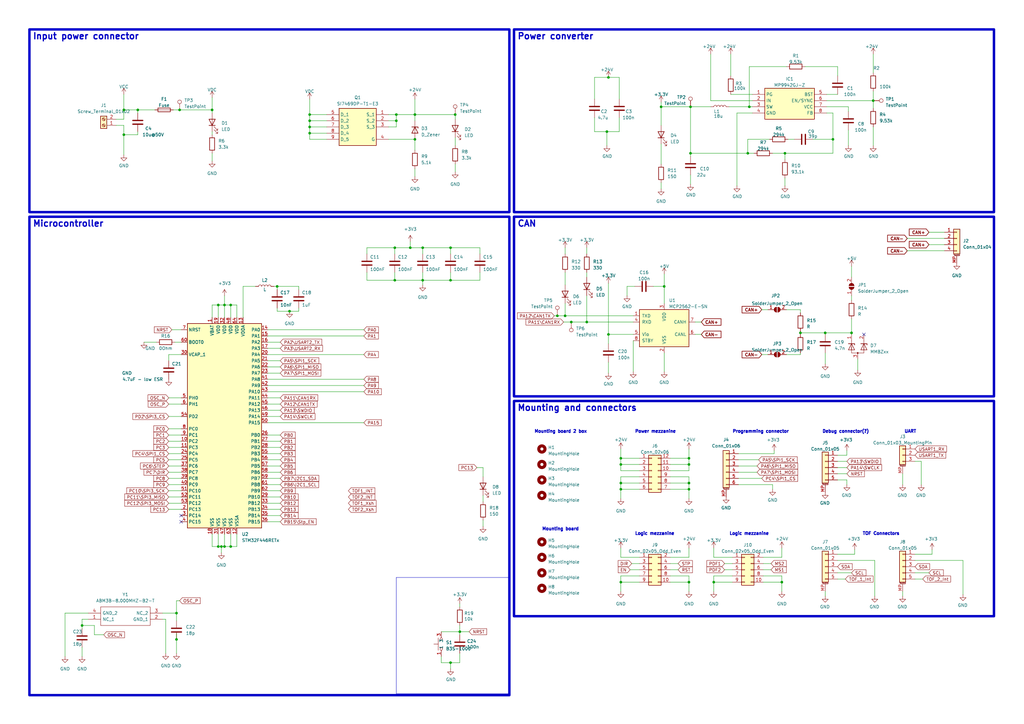
<source format=kicad_sch>
(kicad_sch (version 20230121) (generator eeschema)
  (paper "A3")
  (title_block (date "2023-11-20"))
  (lib_symbols
    (symbol "+3.3V_1" (power) (pin_names (offset 0))
      (property "Value" "+3.3V_1" (at 0 3.556 0))
      (symbol "+3.3V_1_1_1"
        (pin power_in line (at 0 0 90) (length 0) hide (name "+3.3V") (number "1"))
      )
    )
    (symbol "+3.3V_2" (power) (pin_names (offset 0))
      (property "Value" "+3.3V_2" (at 0 3.556 0))
      (symbol "+3.3V_2_1_1"
        (pin power_in line (at 0 0 90) (length 0) hide (name "+3.3V") (number "1"))
      )
    )
    (symbol "+3.3V_3" (power) (pin_names (offset 0))
      (property "Value" "+3.3V_3" (at 0 3.556 0))
      (symbol "+3.3V_3_1_1"
        (pin power_in line (at 0 0 90) (length 0) hide (name "+3.3V") (number "1"))
      )
    )
    (symbol "ABM3B-8.000MHZ-B2-T:ABM3B-8.000MHZ-B2-T" (pin_names (offset 0.762))
      (property "Reference" "Y" (at 26.67 7.62 0))
      (property "Value" "ABM3B-8.000MHZ-B2-T" (at 26.67 5.08 0))
      (symbol "ABM3B-8.000MHZ-B2-T_0_0"
        (pin passive line (at 0 -2.54 0) (length 5.08) (name "NC_1") (number "1"))
        (pin passive line (at 30.48 -2.54 180) (length 5.08) (name "GND_1") (number "2"))
        (pin passive line (at 30.48 0 180) (length 5.08) (name "NC_2") (number "3"))
        (pin passive line (at 0 0 0) (length 5.08) (name "GND_2") (number "4"))
      )
    )
    (symbol "Connector:Screw_Terminal_01x02" (pin_names (offset 1.016) hide)
      (property "Reference" "J" (at 0 2.54 0))
      (property "Value" "Screw_Terminal_01x02" (at 0 -5.08 0))
      (symbol "Screw_Terminal_01x02_1_1"
        (pin passive line (at -5.08 0 0) (length 3.81) (name "Pin_1") (number "1"))
        (pin passive line (at -5.08 -2.54 0) (length 3.81) (name "Pin_2") (number "2"))
      )
    )
    (symbol "Connector:TestPoint" (pin_numbers hide) (pin_names (offset 0.762) hide)
      (property "Reference" "TP" (at 0 6.858 0))
      (property "Value" "TestPoint" (at 0 5.08 0))
      (symbol "TestPoint_1_1"
        (pin passive line (at 0 0 90) (length 2.54) (name "1") (number "1"))
      )
    )
    (symbol "Connector_Generic:Conn_02x05_Odd_Even" (pin_names (offset 1.016) hide)
      (property "Reference" "J" (at 1.27 7.62 0))
      (property "Value" "Conn_02x05_Odd_Even" (at 1.27 -7.62 0))
      (symbol "Conn_02x05_Odd_Even_1_1"
        (pin passive line (at -5.08 5.08 0) (length 3.81) (name "Pin_1") (number "1"))
        (pin passive line (at 7.62 -5.08 180) (length 3.81) (name "Pin_10") (number "10"))
        (pin passive line (at 7.62 5.08 180) (length 3.81) (name "Pin_2") (number "2"))
        (pin passive line (at -5.08 2.54 0) (length 3.81) (name "Pin_3") (number "3"))
        (pin passive line (at 7.62 2.54 180) (length 3.81) (name "Pin_4") (number "4"))
        (pin passive line (at -5.08 0 0) (length 3.81) (name "Pin_5") (number "5"))
        (pin passive line (at 7.62 0 180) (length 3.81) (name "Pin_6") (number "6"))
        (pin passive line (at -5.08 -2.54 0) (length 3.81) (name "Pin_7") (number "7"))
        (pin passive line (at 7.62 -2.54 180) (length 3.81) (name "Pin_8") (number "8"))
        (pin passive line (at -5.08 -5.08 0) (length 3.81) (name "Pin_9") (number "9"))
      )
    )
    (symbol "Connector_Generic:Conn_02x06_Counter_Clockwise" (pin_names (offset 1.016) hide)
      (property "Reference" "J" (at 1.27 7.62 0))
      (property "Value" "Conn_02x06_Counter_Clockwise" (at 1.27 -10.16 0))
      (symbol "Conn_02x06_Counter_Clockwise_1_1"
        (pin passive line (at -5.08 5.08 0) (length 3.81) (name "Pin_1") (number "1"))
        (pin passive line (at 7.62 0 180) (length 3.81) (name "Pin_10") (number "10"))
        (pin passive line (at 7.62 2.54 180) (length 3.81) (name "Pin_11") (number "11"))
        (pin passive line (at 7.62 5.08 180) (length 3.81) (name "Pin_12") (number "12"))
        (pin passive line (at -5.08 2.54 0) (length 3.81) (name "Pin_2") (number "2"))
        (pin passive line (at -5.08 0 0) (length 3.81) (name "Pin_3") (number "3"))
        (pin passive line (at -5.08 -2.54 0) (length 3.81) (name "Pin_4") (number "4"))
        (pin passive line (at -5.08 -5.08 0) (length 3.81) (name "Pin_5") (number "5"))
        (pin passive line (at -5.08 -7.62 0) (length 3.81) (name "Pin_6") (number "6"))
        (pin passive line (at 7.62 -7.62 180) (length 3.81) (name "Pin_7") (number "7"))
        (pin passive line (at 7.62 -5.08 180) (length 3.81) (name "Pin_8") (number "8"))
        (pin passive line (at 7.62 -2.54 180) (length 3.81) (name "Pin_9") (number "9"))
      )
    )
    (symbol "Connector_Generic_MountingPin:Conn_01x03_MountingPin" (pin_names (offset 1.016) hide)
      (property "Reference" "J" (at 0 5.08 0))
      (property "Value" "Conn_01x03_MountingPin" (at 1.27 -5.08 0))
      (symbol "Conn_01x03_MountingPin_1_1"
        (text "Mounting" (at 0 -4.191 0) (effects (font (size 0.381 0.381))))
        (pin passive line (at -5.08 2.54 0) (length 3.81) (name "Pin_1") (number "1"))
        (pin passive line (at -5.08 0 0) (length 3.81) (name "Pin_2") (number "2"))
        (pin passive line (at -5.08 -2.54 0) (length 3.81) (name "Pin_3") (number "3"))
        (pin passive line (at 0 -7.62 90) (length 3.048) (name "MountPin") (number "MP"))
      )
    )
    (symbol "Connector_Generic_MountingPin:Conn_01x04_MountingPin" (pin_names (offset 1.016) hide)
      (property "Reference" "J" (at 0 5.08 0))
      (property "Value" "Conn_01x04_MountingPin" (at 1.27 -7.62 0))
      (symbol "Conn_01x04_MountingPin_1_1"
        (text "Mounting" (at 0 -6.731 0) (effects (font (size 0.381 0.381))))
        (pin passive line (at -5.08 2.54 0) (length 3.81) (name "Pin_1") (number "1"))
        (pin passive line (at -5.08 0 0) (length 3.81) (name "Pin_2") (number "2"))
        (pin passive line (at -5.08 -2.54 0) (length 3.81) (name "Pin_3") (number "3"))
        (pin passive line (at -5.08 -5.08 0) (length 3.81) (name "Pin_4") (number "4"))
        (pin passive line (at 0 -10.16 90) (length 3.048) (name "MountPin") (number "MP"))
      )
    )
    (symbol "Connector_Generic_MountingPin:Conn_01x05_MountingPin" (pin_names (offset 1.016) hide)
      (property "Reference" "J" (at 0 7.62 0))
      (property "Value" "Conn_01x05_MountingPin" (at 1.27 -7.62 0))
      (symbol "Conn_01x05_MountingPin_1_1"
        (text "Mounting" (at 0 -6.731 0) (effects (font (size 0.381 0.381))))
        (pin passive line (at -5.08 5.08 0) (length 3.81) (name "Pin_1") (number "1"))
        (pin passive line (at -5.08 2.54 0) (length 3.81) (name "Pin_2") (number "2"))
        (pin passive line (at -5.08 0 0) (length 3.81) (name "Pin_3") (number "3"))
        (pin passive line (at -5.08 -2.54 0) (length 3.81) (name "Pin_4") (number "4"))
        (pin passive line (at -5.08 -5.08 0) (length 3.81) (name "Pin_5") (number "5"))
        (pin passive line (at 0 -10.16 90) (length 3.048) (name "MountPin") (number "MP"))
      )
    )
    (symbol "Connector_Generic_MountingPin:Conn_01x06_MountingPin" (pin_names (offset 1.016) hide)
      (property "Reference" "J" (at 0 7.62 0))
      (property "Value" "Conn_01x06_MountingPin" (at 1.27 -10.16 0))
      (symbol "Conn_01x06_MountingPin_1_1"
        (text "Mounting" (at 0 -9.271 0) (effects (font (size 0.381 0.381))))
        (pin passive line (at -5.08 5.08 0) (length 3.81) (name "Pin_1") (number "1"))
        (pin passive line (at -5.08 2.54 0) (length 3.81) (name "Pin_2") (number "2"))
        (pin passive line (at -5.08 0 0) (length 3.81) (name "Pin_3") (number "3"))
        (pin passive line (at -5.08 -2.54 0) (length 3.81) (name "Pin_4") (number "4"))
        (pin passive line (at -5.08 -5.08 0) (length 3.81) (name "Pin_5") (number "5"))
        (pin passive line (at -5.08 -7.62 0) (length 3.81) (name "Pin_6") (number "6"))
        (pin passive line (at 0 -12.7 90) (length 3.048) (name "MountPin") (number "MP"))
      )
    )
    (symbol "CustomLibrary:B3S-1000"
      (property "Reference" "S" (at 11.43 1.27 0))
      (property "Value" "B3S-1000" (at -5.08 -1.27 0))
      (symbol "B3S-1000_0_1"
        (pin passive line (at -5.08 1.27 0) (length 2.54) (name "1") (number "1"))
        (pin passive line (at -5.08 1.27 0) (length 2.54) hide (name "2") (number "2"))
        (pin passive line (at 5.08 1.27 180) (length 2.54) (name "3") (number "3"))
        (pin passive line (at 5.08 1.27 180) (length 2.54) hide (name "4") (number "4"))
      )
    )
    (symbol "CustomLibrary:MP9942GJ-Z"
      (property "Reference" "IC" (at 26.67 7.62 0))
      (property "Value" "MP9942GJ-Z" (at 26.67 5.08 0))
      (symbol "MP9942GJ-Z_1_1"
        (pin passive line (at 0 0 0) (length 5.08) (name "PG") (number "1"))
        (pin passive line (at 0 -2.54 0) (length 5.08) (name "IN") (number "2"))
        (pin passive line (at 0 -5.08 0) (length 5.08) (name "SW") (number "3"))
        (pin passive line (at 0 -7.62 0) (length 5.08) (name "GND") (number "4"))
        (pin passive line (at 30.48 0 180) (length 5.08) (name "BST") (number "5"))
        (pin passive line (at 30.48 -2.54 180) (length 5.08) (name "EN/SYNC") (number "6"))
        (pin passive line (at 30.48 -5.08 180) (length 5.08) (name "VCC") (number "7"))
        (pin passive line (at 30.48 -7.62 180) (length 5.08) (name "FB") (number "8"))
      )
    )
    (symbol "CustomLibrary:SI7469DP-T1-E3"
      (property "Reference" "Q" (at 21.59 7.62 0))
      (property "Value" "SI7469DP-T1-E3" (at 21.59 5.08 0))
      (symbol "SI7469DP-T1-E3_1_1"
        (pin passive line (at 0 0 0) (length 5.08) (name "S_1") (number "1"))
        (pin passive line (at 0 -2.54 0) (length 5.08) (name "S_2") (number "2"))
        (pin passive line (at 0 -5.08 0) (length 5.08) (name "S_3") (number "3"))
        (pin passive line (at 0 -10.16 0) (length 5.08) (name "G") (number "4"))
        (pin passive line (at 25.4 0 180) (length 5.08) (name "D_1") (number "5"))
        (pin passive line (at 25.4 -2.54 180) (length 5.08) (name "D_2") (number "6"))
        (pin passive line (at 25.4 -5.08 180) (length 5.08) (name "D_3") (number "7"))
        (pin passive line (at 25.4 -7.62 180) (length 5.08) (name "D_4") (number "8"))
        (pin passive line (at 25.4 -10.16 180) (length 5.08) (name "D_5") (number "9"))
      )
    )
    (symbol "Device:C" (pin_numbers hide) (pin_names (offset 0.254))
      (property "Reference" "C" (at 0.635 2.54 0))
      (property "Value" "C" (at 0.635 -2.54 0))
      (symbol "C_1_1"
        (pin passive line (at 0 3.81 270) (length 2.794) (name "~") (number "1"))
        (pin passive line (at 0 -3.81 90) (length 2.794) (name "~") (number "2"))
      )
    )
    (symbol "Device:D_Zener" (pin_numbers hide) (pin_names (offset 1.016) hide)
      (property "Reference" "D" (at 0 2.54 0))
      (property "Value" "D_Zener" (at 0 -2.54 0))
      (symbol "D_Zener_1_1"
        (pin passive line (at -3.81 0 0) (length 2.54) (name "K") (number "1"))
        (pin passive line (at 3.81 0 180) (length 2.54) (name "A") (number "2"))
      )
    )
    (symbol "Device:Fuse" (pin_numbers hide) (pin_names (offset 0))
      (property "Reference" "F" (at 2.032 0 90))
      (property "Value" "Fuse" (at -1.905 0 90))
      (symbol "Fuse_1_1"
        (pin passive line (at 0 3.81 270) (length 1.27) (name "~") (number "1"))
        (pin passive line (at 0 -3.81 90) (length 1.27) (name "~") (number "2"))
      )
    )
    (symbol "Device:L" (pin_numbers hide) (pin_names (offset 1.016) hide)
      (property "Reference" "L" (at -1.27 0 90))
      (property "Value" "L" (at 1.905 0 90))
      (symbol "L_1_1"
        (pin passive line (at 0 3.81 270) (length 1.27) (name "1") (number "1"))
        (pin passive line (at 0 -3.81 90) (length 1.27) (name "2") (number "2"))
      )
    )
    (symbol "Device:LED" (pin_numbers hide) (pin_names (offset 1.016) hide)
      (property "Reference" "D" (at 0 2.54 0))
      (property "Value" "LED" (at 0 -2.54 0))
      (symbol "LED_1_1"
        (pin passive line (at -3.81 0 0) (length 2.54) (name "K") (number "1"))
        (pin passive line (at 3.81 0 180) (length 2.54) (name "A") (number "2"))
      )
    )
    (symbol "Device:R" (pin_numbers hide) (pin_names (offset 0))
      (property "Reference" "R" (at 2.032 0 90))
      (property "Value" "R" (at 0 0 90))
      (symbol "R_1_1"
        (pin passive line (at 0 3.81 270) (length 1.27) (name "~") (number "1"))
        (pin passive line (at 0 -3.81 90) (length 1.27) (name "~") (number "2"))
      )
    )
    (symbol "Diode:MMBZxx" (pin_names (offset 1.016) hide)
      (property "Reference" "D" (at 3.81 2.54 0))
      (property "Value" "MMBZxx" (at 3.81 0 0))
      (symbol "MMBZxx_1_1"
        (pin passive line (at -2.54 5.08 270) (length 2.54) (name "K") (number "1"))
        (pin passive line (at 2.54 5.08 270) (length 2.54) (name "K") (number "2"))
        (pin passive line (at 0 -5.08 90) (length 2.54) (name "A") (number "3"))
      )
    )
    (symbol "Interface_CAN_LIN:MCP2562-E-SN" (pin_names (offset 1.016))
      (property "Reference" "U" (at -10.16 8.89 0))
      (property "Value" "MCP2562-E-SN" (at 2.54 8.89 0))
      (symbol "MCP2562-E-SN_1_1"
        (pin input line (at -12.7 5.08 0) (length 2.54) (name "TXD") (number "1"))
        (pin power_in line (at 0 -10.16 90) (length 2.54) (name "VSS") (number "2"))
        (pin power_in line (at 0 10.16 270) (length 2.54) (name "VDD") (number "3"))
        (pin output line (at -12.7 2.54 0) (length 2.54) (name "RXD") (number "4"))
        (pin power_in line (at -12.7 -2.54 0) (length 2.54) (name "Vio") (number "5"))
        (pin bidirectional line (at 12.7 -2.54 180) (length 2.54) (name "CANL") (number "6"))
        (pin bidirectional line (at 12.7 2.54 180) (length 2.54) (name "CANH") (number "7"))
        (pin input line (at -12.7 -5.08 0) (length 2.54) (name "STBY") (number "8"))
      )
    )
    (symbol "Jumper:SolderJumper_2_Open" (pin_names (offset 0) hide)
      (property "Reference" "JP" (at 0 2.032 0))
      (property "Value" "SolderJumper_2_Open" (at 0 -2.54 0))
      (symbol "SolderJumper_2_Open_1_1"
        (pin passive line (at -3.81 0 0) (length 2.54) (name "A") (number "1"))
        (pin passive line (at 3.81 0 180) (length 2.54) (name "B") (number "2"))
      )
    )
    (symbol "MCU_ST_STM32F4:STM32F446RETx"
      (property "Reference" "U" (at -15.24 41.91 0))
      (property "Value" "STM32F446RETx" (at 10.16 41.91 0))
      (symbol "STM32F446RETx_1_1"
        (pin power_in line (at -5.08 43.18 270) (length 2.54) (name "VBAT") (number "1"))
        (pin bidirectional line (at -17.78 -7.62 0) (length 2.54) (name "PC2") (number "10"))
        (pin bidirectional line (at -17.78 -10.16 0) (length 2.54) (name "PC3") (number "11"))
        (pin power_in line (at 5.08 -45.72 90) (length 2.54) (name "VSSA") (number "12"))
        (pin power_in line (at 7.62 43.18 270) (length 2.54) (name "VDDA") (number "13"))
        (pin bidirectional line (at 17.78 38.1 180) (length 2.54) (name "PA0") (number "14"))
        (pin bidirectional line (at 17.78 35.56 180) (length 2.54) (name "PA1") (number "15"))
        (pin bidirectional line (at 17.78 33.02 180) (length 2.54) (name "PA2") (number "16"))
        (pin bidirectional line (at 17.78 30.48 180) (length 2.54) (name "PA3") (number "17"))
        (pin power_in line (at -5.08 -45.72 90) (length 2.54) (name "VSS") (number "18"))
        (pin power_in line (at -2.54 43.18 270) (length 2.54) (name "VDD") (number "19"))
        (pin bidirectional line (at -17.78 -35.56 0) (length 2.54) (name "PC13") (number "2"))
        (pin bidirectional line (at 17.78 27.94 180) (length 2.54) (name "PA4") (number "20"))
        (pin bidirectional line (at 17.78 25.4 180) (length 2.54) (name "PA5") (number "21"))
        (pin bidirectional line (at 17.78 22.86 180) (length 2.54) (name "PA6") (number "22"))
        (pin bidirectional line (at 17.78 20.32 180) (length 2.54) (name "PA7") (number "23"))
        (pin bidirectional line (at -17.78 -12.7 0) (length 2.54) (name "PC4") (number "24"))
        (pin bidirectional line (at -17.78 -15.24 0) (length 2.54) (name "PC5") (number "25"))
        (pin bidirectional line (at 17.78 -5.08 180) (length 2.54) (name "PB0") (number "26"))
        (pin bidirectional line (at 17.78 -7.62 180) (length 2.54) (name "PB1") (number "27"))
        (pin bidirectional line (at 17.78 -10.16 180) (length 2.54) (name "PB2") (number "28"))
        (pin bidirectional line (at 17.78 -30.48 180) (length 2.54) (name "PB10") (number "29"))
        (pin bidirectional line (at -17.78 -38.1 0) (length 2.54) (name "PC14") (number "3"))
        (pin power_in line (at -17.78 27.94 0) (length 2.54) (name "VCAP_1") (number "30"))
        (pin power_in line (at -2.54 -45.72 90) (length 2.54) (name "VSS") (number "31"))
        (pin power_in line (at 0 43.18 270) (length 2.54) (name "VDD") (number "32"))
        (pin bidirectional line (at 17.78 -33.02 180) (length 2.54) (name "PB12") (number "33"))
        (pin bidirectional line (at 17.78 -35.56 180) (length 2.54) (name "PB13") (number "34"))
        (pin bidirectional line (at 17.78 -38.1 180) (length 2.54) (name "PB14") (number "35"))
        (pin bidirectional line (at 17.78 -40.64 180) (length 2.54) (name "PB15") (number "36"))
        (pin bidirectional line (at -17.78 -17.78 0) (length 2.54) (name "PC6") (number "37"))
        (pin bidirectional line (at -17.78 -20.32 0) (length 2.54) (name "PC7") (number "38"))
        (pin bidirectional line (at -17.78 -22.86 0) (length 2.54) (name "PC8") (number "39"))
        (pin bidirectional line (at -17.78 -40.64 0) (length 2.54) (name "PC15") (number "4"))
        (pin bidirectional line (at -17.78 -25.4 0) (length 2.54) (name "PC9") (number "40"))
        (pin bidirectional line (at 17.78 17.78 180) (length 2.54) (name "PA8") (number "41"))
        (pin bidirectional line (at 17.78 15.24 180) (length 2.54) (name "PA9") (number "42"))
        (pin bidirectional line (at 17.78 12.7 180) (length 2.54) (name "PA10") (number "43"))
        (pin bidirectional line (at 17.78 10.16 180) (length 2.54) (name "PA11") (number "44"))
        (pin bidirectional line (at 17.78 7.62 180) (length 2.54) (name "PA12") (number "45"))
        (pin bidirectional line (at 17.78 5.08 180) (length 2.54) (name "PA13") (number "46"))
        (pin power_in line (at 0 -45.72 90) (length 2.54) (name "VSS") (number "47"))
        (pin power_in line (at 2.54 43.18 270) (length 2.54) (name "VDD") (number "48"))
        (pin bidirectional line (at 17.78 2.54 180) (length 2.54) (name "PA14") (number "49"))
        (pin input line (at -17.78 10.16 0) (length 2.54) (name "PH0") (number "5"))
        (pin bidirectional line (at 17.78 0 180) (length 2.54) (name "PA15") (number "50"))
        (pin bidirectional line (at -17.78 -27.94 0) (length 2.54) (name "PC10") (number "51"))
        (pin bidirectional line (at -17.78 -30.48 0) (length 2.54) (name "PC11") (number "52"))
        (pin bidirectional line (at -17.78 -33.02 0) (length 2.54) (name "PC12") (number "53"))
        (pin bidirectional line (at -17.78 2.54 0) (length 2.54) (name "PD2") (number "54"))
        (pin bidirectional line (at 17.78 -12.7 180) (length 2.54) (name "PB3") (number "55"))
        (pin bidirectional line (at 17.78 -15.24 180) (length 2.54) (name "PB4") (number "56"))
        (pin bidirectional line (at 17.78 -17.78 180) (length 2.54) (name "PB5") (number "57"))
        (pin bidirectional line (at 17.78 -20.32 180) (length 2.54) (name "PB6") (number "58"))
        (pin bidirectional line (at 17.78 -22.86 180) (length 2.54) (name "PB7") (number "59"))
        (pin input line (at -17.78 7.62 0) (length 2.54) (name "PH1") (number "6"))
        (pin input line (at -17.78 33.02 0) (length 2.54) (name "BOOT0") (number "60"))
        (pin bidirectional line (at 17.78 -25.4 180) (length 2.54) (name "PB8") (number "61"))
        (pin bidirectional line (at 17.78 -27.94 180) (length 2.54) (name "PB9") (number "62"))
        (pin power_in line (at 2.54 -45.72 90) (length 2.54) (name "VSS") (number "63"))
        (pin power_in line (at 5.08 43.18 270) (length 2.54) (name "VDD") (number "64"))
        (pin input line (at -17.78 38.1 0) (length 2.54) (name "NRST") (number "7"))
        (pin bidirectional line (at -17.78 -2.54 0) (length 2.54) (name "PC0") (number "8"))
        (pin bidirectional line (at -17.78 -5.08 0) (length 2.54) (name "PC1") (number "9"))
      )
    )
    (symbol "Mechanical:MountingHole" (pin_names (offset 1.016))
      (property "Reference" "H" (at 0 5.08 0))
      (property "Value" "MountingHole" (at 0 3.175 0))
    )
    (symbol "TEAM DIANA - WheelsTelemetryAssistent-rescue:+3.3V-power" (power) (pin_names (offset 0))
      (property "Value" "+3.3V-power" (at 0 3.556 0))
      (symbol "+3.3V-power_1_1"
        (pin power_in line (at 0 0 90) (length 0) hide (name "+3V3") (number "1"))
      )
    )
    (symbol "power:+24V" (power) (pin_names (offset 0))
      (property "Value" "+24V" (at 0 3.556 0))
      (symbol "+24V_1_1"
        (pin power_in line (at 0 0 90) (length 0) hide (name "+24V") (number "1"))
      )
    )
    (symbol "power:+3.3V" (power) (pin_names (offset 0))
      (property "Value" "+3.3V" (at 0 3.556 0))
      (symbol "+3.3V_1_1"
        (pin power_in line (at 0 0 90) (length 0) hide (name "+3V3") (number "1"))
      )
    )
    (symbol "power:+5V" (power) (pin_names (offset 0))
      (property "Value" "+5V" (at 0 3.556 0))
      (symbol "+5V_1_1"
        (pin power_in line (at 0 0 90) (length 0) hide (name "+5V") (number "1"))
      )
    )
    (symbol "power:GND" (power) (pin_names (offset 0))
      (property "Value" "GND" (at 0 -3.81 0))
      (symbol "GND_1_1"
        (pin power_in line (at 0 0 270) (length 0) hide (name "GND") (number "1"))
      )
    )
    (symbol "power:VCC" (power) (pin_names (offset 0))
      (property "Value" "VCC" (at 0 3.81 0))
      (symbol "VCC_1_1"
        (pin power_in line (at 0 0 90) (length 0) hide (name "VCC") (number "1"))
      )
    )
    (symbol "power:VDC" (power) (pin_names (offset 0))
      (property "Value" "VDC" (at 0 6.35 0))
      (symbol "VDC_1_1"
        (pin power_in line (at 0 0 90) (length 0) hide (name "VDC") (number "1"))
      )
    )
  )
  (junction (at 228.6 129.54))
  (junction (at 161.925 101.6))
  (junction (at 307.34 43.815))
  (junction (at 338.455 136.525))
  (junction (at 127 54.61))
  (junction (at 186.69 46.99))
  (junction (at 72.39 251.46))
  (junction (at 188.595 259.08))
  (junction (at 283.21 43.815))
  (junction (at 50.8 45.085))
  (junction (at 254.635 200.66))
  (junction (at 349.25 136.525))
  (junction (at 272.415 117.475))
  (junction (at 50.8 55.245))
  (junction (at 249.555 31.75))
  (junction (at 234.315 132.08))
  (junction (at 89.535 125.095))
  (junction (at 184.785 114.935))
  (junction (at 282.575 238.76))
  (junction (at 33.655 256.54))
  (junction (at 283.21 62.865))
  (junction (at 73.66 45.085))
  (junction (at 358.14 41.275))
  (junction (at 306.705 62.865))
  (junction (at 271.145 43.815))
  (junction (at 90.805 224.155))
  (junction (at 173.355 114.935))
  (junction (at 168.275 101.6))
  (junction (at 184.785 101.6))
  (junction (at 118.745 127.635))
  (junction (at 254.635 190.5))
  (junction (at 248.92 53.975))
  (junction (at 162.56 49.53))
  (junction (at 161.925 114.935))
  (junction (at 184.785 271.78))
  (junction (at 173.355 101.6))
  (junction (at 94.615 125.095))
  (junction (at 127 49.53))
  (junction (at 282.575 198.12))
  (junction (at 321.945 62.865))
  (junction (at 292.735 238.76))
  (junction (at 127 52.07))
  (junction (at 249.555 137.16))
  (junction (at 127 46.99))
  (junction (at 240.665 132.08))
  (junction (at 282.575 200.66))
  (junction (at 72.39 262.255))
  (junction (at 254.635 187.96))
  (junction (at 328.295 136.525))
  (junction (at 170.18 57.15))
  (junction (at 89.535 224.155))
  (junction (at 170.18 46.99))
  (junction (at 56.515 45.085))
  (junction (at 282.575 187.96))
  (junction (at 254.635 238.76))
  (junction (at 92.075 224.155))
  (junction (at 231.775 129.54))
  (junction (at 162.56 46.99))
  (junction (at 282.575 190.5))
  (junction (at 92.075 125.095))
  (junction (at 94.615 224.155))
  (junction (at 341.63 57.15))
  (junction (at 113.665 117.475))
  (junction (at 86.995 45.085))
  (junction (at 254.635 198.12))
  (junction (at 320.675 238.76))
  (no_connect (at 74.295 213.995))
  (no_connect (at 74.295 211.455))
  (no_connect (at 354.33 137.16))
  (wire (pts (xy 127 54.61) (xy 127 57.15)))
  (wire (pts (xy 320.675 238.76) (xy 320.675 242.57)))
  (wire (pts (xy 67.945 267.97) (xy 67.945 254)))
  (wire (pts (xy 338.455 244.475) (xy 338.455 242.57)))
  (wire (pts (xy 240.665 111.76) (xy 240.665 113.665)))
  (wire (pts (xy 375.285 227.33) (xy 382.27 227.33)))
  (wire (pts (xy 347.345 189.23) (xy 343.535 189.23)))
  (wire (pts (xy 97.155 130.175) (xy 97.155 125.095)))
  (wire (pts (xy 347.345 184.785) (xy 347.345 186.69)))
  (wire (pts (xy 347.98 53.34) (xy 347.98 59.69)))
  (wire (pts (xy 86.995 40.005) (xy 86.995 45.085)))
  (wire (pts (xy 249.555 116.205) (xy 249.555 137.16)))
  (wire (pts (xy 254.635 193.04) (xy 262.255 193.04)))
  (wire (pts (xy 94.615 219.075) (xy 94.615 224.155)))
  (wire (pts (xy 347.345 191.77) (xy 343.535 191.77)))
  (wire (pts (xy 343.535 229.87) (xy 358.775 229.87)))
  (wire (pts (xy 109.855 213.995) (xy 114.935 213.995)))
  (wire (pts (xy 333.375 57.15) (xy 341.63 57.15)))
  (wire (pts (xy 72.39 262.255) (xy 72.39 259.715)))
  (wire (pts (xy 170.18 46.99) (xy 162.56 46.99)))
  (wire (pts (xy 86.995 62.865) (xy 86.995 66.04)))
  (wire (pts (xy 186.69 48.895) (xy 186.69 46.99)))
  (wire (pts (xy 272.415 144.78) (xy 272.415 152.4)))
  (wire (pts (xy 113.665 117.475) (xy 113.665 118.745)))
  (wire (pts (xy 313.055 236.22) (xy 320.675 236.22)))
  (wire (pts (xy 188.595 271.78) (xy 188.595 267.97)))
  (wire (pts (xy 349.25 136.525) (xy 349.25 137.16)))
  (wire (pts (xy 33.655 265.43) (xy 33.655 269.24)))
  (wire (pts (xy 150.495 114.935) (xy 150.495 111.76)))
  (wire (pts (xy 72.39 246.38) (xy 72.39 251.46)))
  (wire (pts (xy 349.25 121.285) (xy 349.25 123.19)))
  (wire (pts (xy 343.535 27.305) (xy 343.535 31.115)))
  (wire (pts (xy 347.345 194.31) (xy 343.535 194.31)))
  (wire (pts (xy 90.805 224.155) (xy 92.075 224.155)))
  (wire (pts (xy 282.575 190.5) (xy 282.575 187.96)))
  (wire (pts (xy 122.555 117.475) (xy 122.555 118.745)))
  (wire (pts (xy 338.455 144.78) (xy 338.455 149.225)))
  (wire (pts (xy 339.09 41.275) (xy 358.14 41.275)))
  (wire (pts (xy 271.145 74.93) (xy 271.145 77.47)))
  (wire (pts (xy 282.575 236.22) (xy 282.575 238.76)))
  (wire (pts (xy 99.695 117.475) (xy 104.775 117.475)))
  (wire (pts (xy 97.155 219.075) (xy 97.155 224.155)))
  (wire (pts (xy 254 40.64) (xy 254 31.75)))
  (wire (pts (xy 260.35 117.475) (xy 257.175 117.475)))
  (wire (pts (xy 299.085 43.815) (xy 307.34 43.815)))
  (wire (pts (xy 73.66 246.38) (xy 72.39 246.38)))
  (wire (pts (xy 328.295 136.525) (xy 338.455 136.525)))
  (wire (pts (xy 274.955 231.14) (xy 278.13 231.14)))
  (wire (pts (xy 162.56 52.07) (xy 162.56 49.53)))
  (wire (pts (xy 109.855 158.115) (xy 149.225 158.115)))
  (wire (pts (xy 109.855 193.675) (xy 114.935 193.675)))
  (wire (pts (xy 113.665 117.475) (xy 122.555 117.475)))
  (wire (pts (xy 70.485 135.255) (xy 74.295 135.255)))
  (wire (pts (xy 306.705 62.865) (xy 309.245 62.865)))
  (wire (pts (xy 257.175 117.475) (xy 257.175 121.285)))
  (wire (pts (xy 349.25 109.22) (xy 349.25 113.665)))
  (wire (pts (xy 274.955 195.58) (xy 282.575 195.58)))
  (wire (pts (xy 127 40.64) (xy 127 46.99)))
  (wire (pts (xy 86.995 125.095) (xy 86.995 130.175)))
  (wire (pts (xy 243.84 31.75) (xy 243.84 40.64)))
  (wire (pts (xy 113.665 126.365) (xy 113.665 127.635)))
  (wire (pts (xy 188.595 259.08) (xy 192.405 259.08)))
  (wire (pts (xy 292.735 224.79) (xy 292.735 228.6)))
  (wire (pts (xy 109.855 153.035) (xy 114.935 153.035)))
  (wire (pts (xy 56.515 46.355) (xy 56.515 45.085)))
  (wire (pts (xy 381 95.25) (xy 387.35 95.25)))
  (wire (pts (xy 248.92 53.975) (xy 254 53.975)))
  (wire (pts (xy 282.575 187.96) (xy 274.955 187.96)))
  (wire (pts (xy 162.56 46.99) (xy 159.385 46.99)))
  (wire (pts (xy 358.14 37.465) (xy 358.14 41.275)))
  (wire (pts (xy 56.515 45.085) (xy 63.5 45.085)))
  (wire (pts (xy 170.18 49.53) (xy 170.18 46.99)))
  (wire (pts (xy 168.275 101.6) (xy 173.355 101.6)))
  (wire (pts (xy 109.855 155.575) (xy 149.225 155.575)))
  (wire (pts (xy 372.11 97.79) (xy 387.35 97.79)))
  (wire (pts (xy 109.855 140.335) (xy 114.935 140.335)))
  (wire (pts (xy 69.215 180.975) (xy 74.295 180.975)))
  (wire (pts (xy 248.92 53.975) (xy 248.92 59.69)))
  (wire (pts (xy 92.075 125.095) (xy 92.075 130.175)))
  (wire (pts (xy 150.495 104.14) (xy 150.495 101.6)))
  (wire (pts (xy 320.675 236.22) (xy 320.675 238.76)))
  (wire (pts (xy 66.675 251.46) (xy 72.39 251.46)))
  (wire (pts (xy 109.855 145.415) (xy 149.225 145.415)))
  (wire (pts (xy 328.295 136.525) (xy 328.295 137.16)))
  (wire (pts (xy 322.58 145.415) (xy 328.295 145.415)))
  (wire (pts (xy 381 234.95) (xy 375.285 234.95)))
  (wire (pts (xy 150.495 101.6) (xy 161.925 101.6)))
  (wire (pts (xy 328.295 145.415) (xy 328.295 144.78)))
  (wire (pts (xy 73.66 45.085) (xy 86.995 45.085)))
  (wire (pts (xy 231.775 101.6) (xy 231.775 104.14)))
  (wire (pts (xy 291.465 22.225) (xy 291.465 41.275)))
  (wire (pts (xy 94.615 224.155) (xy 97.155 224.155)))
  (wire (pts (xy 240.665 121.285) (xy 240.665 132.08)))
  (wire (pts (xy 323.215 57.15) (xy 325.755 57.15)))
  (wire (pts (xy 69.215 183.515) (xy 74.295 183.515)))
  (wire (pts (xy 320.675 228.6) (xy 313.055 228.6)))
  (wire (pts (xy 89.535 125.095) (xy 89.535 130.175)))
  (wire (pts (xy 292.735 238.76) (xy 292.735 242.57)))
  (wire (pts (xy 127 57.15) (xy 133.985 57.15)))
  (wire (pts (xy 33.655 256.54) (xy 33.655 257.81)))
  (wire (pts (xy 254.635 238.76) (xy 254.635 242.57)))
  (wire (pts (xy 254.635 187.96) (xy 262.255 187.96)))
  (wire (pts (xy 94.615 125.095) (xy 92.075 125.095)))
  (wire (pts (xy 351.79 147.32) (xy 351.79 151.765)))
  (polyline (pts (xy 162.56 236.855) (xy 208.915 236.855)))
  (wire (pts (xy 109.855 173.355) (xy 149.225 173.355)))
  (wire (pts (xy 69.215 175.895) (xy 74.295 175.895)))
  (wire (pts (xy 109.855 208.915) (xy 114.935 208.915)))
  (wire (pts (xy 272.415 124.46) (xy 272.415 117.475)))
  (wire (pts (xy 283.21 62.865) (xy 306.705 62.865)))
  (wire (pts (xy 234.315 132.08) (xy 240.665 132.08)))
  (wire (pts (xy 262.255 200.66) (xy 254.635 200.66)))
  (wire (pts (xy 198.12 203.2) (xy 198.12 205.74)))
  (wire (pts (xy 188.595 248.92) (xy 188.595 247.65)))
  (wire (pts (xy 92.075 224.155) (xy 94.615 224.155)))
  (wire (pts (xy 274.955 193.04) (xy 282.575 193.04)))
  (wire (pts (xy 370.205 198.755) (xy 370.205 194.31)))
  (wire (pts (xy 109.855 186.055) (xy 114.935 186.055)))
  (wire (pts (xy 308.61 43.815) (xy 307.34 43.815)))
  (wire (pts (xy 198.12 191.77) (xy 198.12 195.58)))
  (wire (pts (xy 50.8 45.085) (xy 56.515 45.085)))
  (wire (pts (xy 162.56 49.53) (xy 162.56 46.99)))
  (wire (pts (xy 47.625 48.895) (xy 50.8 48.895)))
  (wire (pts (xy 109.855 135.255) (xy 149.225 135.255)))
  (wire (pts (xy 274.955 198.12) (xy 282.575 198.12)))
  (wire (pts (xy 338.455 136.525) (xy 349.25 136.525)))
  (wire (pts (xy 262.255 236.22) (xy 254.635 236.22)))
  (wire (pts (xy 198.12 213.36) (xy 198.12 215.9)))
  (wire (pts (xy 90.805 224.155) (xy 90.805 226.695)))
  (wire (pts (xy 313.055 238.76) (xy 320.675 238.76)))
  (wire (pts (xy 243.84 53.975) (xy 248.92 53.975)))
  (wire (pts (xy 89.535 224.155) (xy 90.805 224.155)))
  (wire (pts (xy 109.855 163.195) (xy 114.935 163.195)))
  (wire (pts (xy 50.8 48.895) (xy 50.8 45.085)))
  (wire (pts (xy 300.355 236.22) (xy 292.735 236.22)))
  (wire (pts (xy 184.785 114.935) (xy 196.85 114.935)))
  (wire (pts (xy 92.075 219.075) (xy 92.075 224.155)))
  (wire (pts (xy 50.8 63.5) (xy 50.8 55.245)))
  (wire (pts (xy 74.295 145.415) (xy 69.215 145.415)))
  (wire (pts (xy 69.215 170.815) (xy 74.295 170.815)))
  (wire (pts (xy 173.355 101.6) (xy 173.355 104.14)))
  (wire (pts (xy 274.955 200.66) (xy 282.575 200.66)))
  (wire (pts (xy 375.285 189.23) (xy 377.825 189.23)))
  (wire (pts (xy 231.14 132.08) (xy 234.315 132.08)))
  (wire (pts (xy 302.895 188.595) (xy 311.15 188.595)))
  (wire (pts (xy 306.705 57.15) (xy 315.595 57.15)))
  (wire (pts (xy 299.72 38.735) (xy 308.61 38.735)))
  (wire (pts (xy 71.755 140.335) (xy 74.295 140.335)))
  (wire (pts (xy 170.18 40.64) (xy 170.18 46.99)))
  (wire (pts (xy 69.215 191.135) (xy 74.295 191.135)))
  (wire (pts (xy 109.855 170.815) (xy 114.935 170.815)))
  (wire (pts (xy 240.665 101.6) (xy 240.665 104.14)))
  (wire (pts (xy 347.345 198.755) (xy 347.345 196.85)))
  (wire (pts (xy 36.195 254) (xy 33.655 254)))
  (wire (pts (xy 313.055 231.14) (xy 316.23 231.14)))
  (wire (pts (xy 302.895 186.055) (xy 317.5 186.055)))
  (wire (pts (xy 240.665 132.08) (xy 259.715 132.08)))
  (wire (pts (xy 86.995 219.075) (xy 86.995 224.155)))
  (wire (pts (xy 127 49.53) (xy 133.985 49.53)))
  (wire (pts (xy 159.385 49.53) (xy 162.56 49.53)))
  (wire (pts (xy 173.355 114.935) (xy 184.785 114.935)))
  (wire (pts (xy 186.69 67.31) (xy 186.69 70.485)))
  (wire (pts (xy 26.67 251.46) (xy 36.195 251.46)))
  (wire (pts (xy 231.775 111.76) (xy 231.775 116.84)))
  (wire (pts (xy 112.395 117.475) (xy 113.665 117.475)))
  (wire (pts (xy 89.535 219.075) (xy 89.535 224.155)))
  (wire (pts (xy 300.355 238.76) (xy 292.735 238.76)))
  (wire (pts (xy 283.21 43.815) (xy 283.21 62.865)))
  (wire (pts (xy 69.215 193.675) (xy 74.295 193.675)))
  (wire (pts (xy 320.675 224.79) (xy 320.675 228.6)))
  (wire (pts (xy 321.945 73.025) (xy 321.945 76.2)))
  (wire (pts (xy 94.615 125.095) (xy 94.615 130.175)))
  (wire (pts (xy 231.775 124.46) (xy 231.775 129.54)))
  (wire (pts (xy 347.98 43.815) (xy 347.98 45.72)))
  (wire (pts (xy 254 31.75) (xy 249.555 31.75)))
  (wire (pts (xy 69.215 145.415) (xy 69.215 147.955)))
  (wire (pts (xy 86.995 224.155) (xy 89.535 224.155)))
  (wire (pts (xy 316.865 198.755) (xy 316.865 200.66)))
  (wire (pts (xy 127 54.61) (xy 133.985 54.61)))
  (wire (pts (xy 50.8 45.085) (xy 50.8 38.735)))
  (wire (pts (xy 109.855 198.755) (xy 114.935 198.755)))
  (wire (pts (xy 86.995 53.975) (xy 86.995 55.245)))
  (wire (pts (xy 347.345 186.69) (xy 343.535 186.69)))
  (wire (pts (xy 272.415 112.395) (xy 272.415 117.475)))
  (wire (pts (xy 180.975 259.08) (xy 188.595 259.08)))
  (wire (pts (xy 282.575 238.76) (xy 282.575 242.57)))
  (wire (pts (xy 282.575 200.66) (xy 282.575 204.47)))
  (wire (pts (xy 272.415 117.475) (xy 267.97 117.475)))
  (wire (pts (xy 122.555 127.635) (xy 118.745 127.635)))
  (wire (pts (xy 161.925 114.935) (xy 173.355 114.935)))
  (wire (pts (xy 38.735 260.35) (xy 38.735 256.54)))
  (wire (pts (xy 358.14 52.07) (xy 358.14 59.69)))
  (wire (pts (xy 69.215 208.915) (xy 74.295 208.915)))
  (wire (pts (xy 292.735 236.22) (xy 292.735 238.76)))
  (wire (pts (xy 109.855 191.135) (xy 114.935 191.135)))
  (wire (pts (xy 186.69 46.99) (xy 170.18 46.99)))
  (wire (pts (xy 89.535 125.095) (xy 86.995 125.095)))
  (wire (pts (xy 50.8 55.245) (xy 50.8 51.435)))
  (polyline (pts (xy 208.915 284.48) (xy 162.56 284.48)))
  (wire (pts (xy 382.27 227.33) (xy 382.27 225.425)))
  (wire (pts (xy 274.955 190.5) (xy 282.575 190.5)))
  (wire (pts (xy 271.145 59.055) (xy 271.145 67.31)))
  (wire (pts (xy 339.09 38.735) (xy 343.535 38.735)))
  (wire (pts (xy 302.895 191.135) (xy 310.515 191.135)))
  (wire (pts (xy 274.955 238.76) (xy 282.575 238.76)))
  (wire (pts (xy 188.595 256.54) (xy 188.595 259.08)))
  (wire (pts (xy 26.67 269.24) (xy 26.67 251.46)))
  (wire (pts (xy 127 46.99) (xy 133.985 46.99)))
  (wire (pts (xy 249.555 137.16) (xy 249.555 140.97)))
  (wire (pts (xy 180.975 269.24) (xy 180.975 271.78)))
  (wire (pts (xy 109.855 203.835) (xy 114.935 203.835)))
  (wire (pts (xy 387.35 102.87) (xy 372.11 102.87)))
  (wire (pts (xy 282.575 198.12) (xy 282.575 195.58)))
  (wire (pts (xy 56.515 53.975) (xy 56.515 55.245)))
  (wire (pts (xy 377.825 189.23) (xy 377.825 198.755)))
  (wire (pts (xy 109.855 196.215) (xy 114.935 196.215)))
  (wire (pts (xy 313.055 233.68) (xy 316.23 233.68)))
  (wire (pts (xy 302.26 46.355) (xy 302.26 76.2)))
  (wire (pts (xy 271.145 41.91) (xy 271.145 43.815)))
  (wire (pts (xy 38.735 260.35) (xy 42.545 260.35)))
  (wire (pts (xy 122.555 126.365) (xy 122.555 127.635)))
  (wire (pts (xy 283.21 71.755) (xy 283.21 75.565)))
  (wire (pts (xy 186.69 56.515) (xy 186.69 59.69)))
  (wire (pts (xy 349.25 130.81) (xy 349.25 136.525)))
  (wire (pts (xy 254.635 236.22) (xy 254.635 238.76)))
  (wire (pts (xy 69.215 188.595) (xy 74.295 188.595)))
  (wire (pts (xy 97.155 125.095) (xy 94.615 125.095)))
  (wire (pts (xy 358.14 22.225) (xy 358.14 29.845)))
  (wire (pts (xy 291.465 41.275) (xy 308.61 41.275)))
  (wire (pts (xy 188.595 260.35) (xy 188.595 259.08)))
  (wire (pts (xy 254.635 198.12) (xy 254.635 200.66)))
  (wire (pts (xy 254.635 193.04) (xy 254.635 190.5)))
  (wire (pts (xy 86.995 45.085) (xy 86.995 46.355)))
  (wire (pts (xy 375.285 229.87) (xy 394.97 229.87)))
  (wire (pts (xy 316.865 62.865) (xy 321.945 62.865)))
  (wire (pts (xy 370.205 244.475) (xy 370.205 242.57)))
  (wire (pts (xy 127 52.07) (xy 133.985 52.07)))
  (wire (pts (xy 159.385 57.15) (xy 170.18 57.15)))
  (wire (pts (xy 109.855 183.515) (xy 114.935 183.515)))
  (wire (pts (xy 173.355 114.935) (xy 173.355 116.84)))
  (wire (pts (xy 33.655 254) (xy 33.655 256.54)))
  (wire (pts (xy 150.495 114.935) (xy 161.925 114.935)))
  (wire (pts (xy 343.535 227.33) (xy 350.52 227.33)))
  (wire (pts (xy 72.39 262.255) (xy 72.39 267.97)))
  (wire (pts (xy 254.635 228.6) (xy 262.255 228.6)))
  (wire (pts (xy 92.075 121.285) (xy 92.075 125.095)))
  (wire (pts (xy 282.575 228.6) (xy 274.955 228.6)))
  (wire (pts (xy 312.42 127) (xy 314.96 127)))
  (wire (pts (xy 254.635 184.15) (xy 254.635 187.96)))
  (wire (pts (xy 328.295 135.89) (xy 328.295 136.525)))
  (wire (pts (xy 231.775 129.54) (xy 259.715 129.54)))
  (wire (pts (xy 184.785 101.6) (xy 173.355 101.6)))
  (wire (pts (xy 59.055 140.335) (xy 64.135 140.335)))
  (wire (pts (xy 109.855 142.875) (xy 114.935 142.875)))
  (wire (pts (xy 302.895 193.675) (xy 310.515 193.675)))
  (wire (pts (xy 299.72 22.225) (xy 299.72 31.115)))
  (wire (pts (xy 262.255 198.12) (xy 254.635 198.12)))
  (wire (pts (xy 282.575 198.12) (xy 282.575 200.66)))
  (wire (pts (xy 338.455 136.525) (xy 338.455 137.16)))
  (wire (pts (xy 249.555 148.59) (xy 249.555 153.035)))
  (wire (pts (xy 322.58 127) (xy 328.295 127)))
  (wire (pts (xy 339.09 43.815) (xy 347.98 43.815)))
  (wire (pts (xy 254 53.975) (xy 254 48.26)))
  (wire (pts (xy 282.575 193.04) (xy 282.575 190.5)))
  (wire (pts (xy 285.115 132.08) (xy 287.655 132.08)))
  (wire (pts (xy 328.295 127) (xy 328.295 128.27)))
  (wire (pts (xy 109.855 150.495) (xy 114.935 150.495)))
  (wire (pts (xy 118.745 127.635) (xy 113.665 127.635)))
  (wire (pts (xy 184.785 114.935) (xy 184.785 111.76)))
  (wire (pts (xy 302.26 46.355) (xy 308.61 46.355)))
  (wire (pts (xy 262.255 231.14) (xy 259.08 231.14)))
  (wire (pts (xy 341.63 46.355) (xy 341.63 57.15)))
  (wire (pts (xy 300.355 231.14) (xy 297.18 231.14)))
  (wire (pts (xy 243.84 53.975) (xy 243.84 48.26)))
  (wire (pts (xy 302.895 198.755) (xy 316.865 198.755)))
  (wire (pts (xy 347.345 196.85) (xy 343.535 196.85)))
  (wire (pts (xy 72.39 254.635) (xy 72.39 251.46)))
  (wire (pts (xy 330.2 27.305) (xy 343.535 27.305)))
  (wire (pts (xy 285.115 137.16) (xy 287.655 137.16)))
  (wire (pts (xy 109.855 160.655) (xy 149.225 160.655)))
  (wire (pts (xy 109.855 180.975) (xy 114.935 180.975)))
  (wire (pts (xy 109.855 168.275) (xy 114.935 168.275)))
  (wire (pts (xy 109.855 165.735) (xy 114.935 165.735)))
  (wire (pts (xy 99.695 130.175) (xy 99.695 117.475)))
  (polyline (pts (xy 162.56 284.48) (xy 162.56 236.855)))
  (wire (pts (xy 228.6 129.54) (xy 231.775 129.54)))
  (wire (pts (xy 249.555 31.75) (xy 243.84 31.75)))
  (wire (pts (xy 159.385 52.07) (xy 162.56 52.07)))
  (wire (pts (xy 69.215 196.215) (xy 74.295 196.215)))
  (wire (pts (xy 50.8 51.435) (xy 47.625 51.435)))
  (wire (pts (xy 262.255 238.76) (xy 254.635 238.76)))
  (wire (pts (xy 317.5 186.055) (xy 317.5 184.785)))
  (wire (pts (xy 358.775 229.87) (xy 358.775 244.475)))
  (wire (pts (xy 127 52.07) (xy 127 54.61)))
  (wire (pts (xy 67.945 254) (xy 66.675 254)))
  (wire (pts (xy 271.145 43.815) (xy 283.21 43.815)))
  (wire (pts (xy 69.215 186.055) (xy 74.295 186.055)))
  (wire (pts (xy 170.18 69.215) (xy 170.18 72.39)))
  (wire (pts (xy 92.075 125.095) (xy 89.535 125.095)))
  (wire (pts (xy 282.575 224.79) (xy 282.575 228.6)))
  (wire (pts (xy 168.275 99.06) (xy 168.275 101.6)))
  (wire (pts (xy 127 46.99) (xy 127 49.53)))
  (wire (pts (xy 109.855 137.795) (xy 149.225 137.795)))
  (wire (pts (xy 349.25 234.95) (xy 343.535 234.95)))
  (polyline (pts (xy 208.915 236.855) (xy 208.915 284.48)))
  (wire (pts (xy 262.255 190.5) (xy 254.635 190.5)))
  (wire (pts (xy 358.14 41.275) (xy 358.14 44.45)))
  (wire (pts (xy 173.355 114.935) (xy 173.355 111.76)))
  (wire (pts (xy 69.215 178.435) (xy 74.295 178.435)))
  (wire (pts (xy 378.46 237.49) (xy 375.285 237.49)))
  (wire (pts (xy 196.85 101.6) (xy 184.785 101.6)))
  (wire (pts (xy 254.635 190.5) (xy 254.635 187.96)))
  (wire (pts (xy 274.955 233.68) (xy 278.13 233.68)))
  (wire (pts (xy 341.63 57.15) (xy 341.63 62.865)))
  (wire (pts (xy 109.855 211.455) (xy 114.935 211.455)))
  (wire (pts (xy 254.635 195.58) (xy 262.255 195.58)))
  (wire (pts (xy 109.855 178.435) (xy 114.935 178.435)))
  (wire (pts (xy 69.215 198.755) (xy 74.295 198.755)))
  (wire (pts (xy 259.715 139.7) (xy 259.715 152.4)))
  (wire (pts (xy 292.735 228.6) (xy 300.355 228.6)))
  (wire (pts (xy 254.635 195.58) (xy 254.635 198.12)))
  (wire (pts (xy 109.855 188.595) (xy 114.935 188.595)))
  (wire (pts (xy 109.855 206.375) (xy 114.935 206.375)))
  (wire (pts (xy 262.255 233.68) (xy 258.445 233.68)))
  (wire (pts (xy 394.97 229.87) (xy 394.97 243.84)))
  (wire (pts (xy 321.945 62.865) (xy 321.945 65.405)))
  (wire (pts (xy 254.635 200.66) (xy 254.635 204.47)))
  (wire (pts (xy 161.925 101.6) (xy 161.925 104.14)))
  (wire (pts (xy 109.855 201.295) (xy 114.935 201.295)))
  (wire (pts (xy 300.355 233.68) (xy 297.18 233.68)))
  (wire (pts (xy 109.855 147.955) (xy 114.935 147.955)))
  (wire (pts (xy 195.58 191.77) (xy 198.12 191.77)))
  (wire (pts (xy 184.785 271.78) (xy 188.595 271.78)))
  (wire (pts (xy 184.785 104.14) (xy 184.785 101.6)))
  (wire (pts (xy 271.145 43.815) (xy 271.145 51.435)))
  (wire (pts (xy 312.42 145.415) (xy 314.96 145.415)))
  (wire (pts (xy 339.09 46.355) (xy 341.63 46.355)))
  (wire (pts (xy 69.215 206.375) (xy 74.295 206.375)))
  (wire (pts (xy 69.215 165.735) (xy 74.295 165.735)))
  (wire (pts (xy 127 49.53) (xy 127 52.07)))
  (wire (pts (xy 302.895 196.215) (xy 312.42 196.215)))
  (wire (pts (xy 170.18 61.595) (xy 170.18 57.15)))
  (wire (pts (xy 283.21 62.865) (xy 283.21 64.135)))
  (wire (pts (xy 283.21 43.815) (xy 291.465 43.815)))
  (wire (pts (xy 50.8 55.245) (xy 56.515 55.245)))
  (wire (pts (xy 341.63 62.865) (xy 321.945 62.865)))
  (wire (pts (xy 38.735 256.54) (xy 33.655 256.54)))
  (wire (pts (xy 161.925 114.935) (xy 161.925 111.76)))
  (wire (pts (xy 282.575 184.15) (xy 282.575 187.96)))
  (wire (pts (xy 161.925 101.6) (xy 168.275 101.6)))
  (wire (pts (xy 196.85 114.935) (xy 196.85 111.76)))
  (wire (pts (xy 306.705 57.15) (xy 306.705 62.865)))
  (wire (pts (xy 227.33 129.54) (xy 228.6 129.54)))
  (wire (pts (xy 71.12 45.085) (xy 73.66 45.085)))
  (wire (pts (xy 381 100.33) (xy 387.35 100.33)))
  (wire (pts (xy 346.71 237.49) (xy 343.535 237.49)))
  (wire (pts (xy 254.635 224.79) (xy 254.635 228.6)))
  (wire (pts (xy 184.785 274.32) (xy 184.785 271.78)))
  (wire (pts (xy 274.955 236.22) (xy 282.575 236.22)))
  (wire (pts (xy 350.52 227.33) (xy 350.52 225.425)))
  (wire (pts (xy 249.555 137.16) (xy 259.715 137.16)))
  (wire (pts (xy 307.34 27.305) (xy 322.58 27.305)))
  (wire (pts (xy 196.85 104.14) (xy 196.85 101.6)))
  (wire (pts (xy 307.34 43.815) (xy 307.34 27.305)))
  (wire (pts (xy 69.215 201.295) (xy 74.295 201.295)))
  (wire (pts (xy 69.215 203.835) (xy 74.295 203.835)))
  (wire (pts (xy 180.975 271.78) (xy 184.785 271.78)))
  (wire (pts (xy 69.215 163.195) (xy 74.295 163.195)))
  (rectangle (start 210.82 88.9) (end 407.67 162.56) (stroke (width 1)))
  (rectangle (start 210.82 12.065) (end 407.67 86.995) (stroke (width 1)))
  (rectangle (start 210.82 164.465) (end 407.67 252.73) (stroke (width 1)))
  (rectangle (start 12.065 88.9) (end 208.915 285.115) (stroke (width 1)))
  (rectangle (start 12.065 12.065) (end 208.915 86.995) (stroke (width 1)))
  (text "Microcontroller" (at 13.335 93.345 0) (effects (font (size 2.54 2.54) (thickness 0.508) bold) (justify left bottom)))
  (text "Input power connector" (at 13.335 16.51 0) (effects (font (size 2.54 2.54) (thickness 0.508) bold) (justify left bottom)))
  (text "Logic mezzanine\n" (at 299.085 219.71 0) (effects (font (size 1.27 1.27) (thickness 0.508) bold) (justify left bottom)))
  (text "Mounting and connectors\n" (at 212.09 168.91 0) (effects (font (size 2.54 2.54) (thickness 0.508) bold) (justify left bottom)))
  (text "Debug connector(?)" (at 337.185 177.8 0) (effects (font (size 1.27 1.27) (thickness 0.508) bold) (justify left bottom)))
  (text "Power mezzanine\n" (at 260.35 177.8 0) (effects (font (size 1.27 1.27) (thickness 0.508) bold) (justify left bottom)))
  (text "Power converter\n" (at 212.09 16.51 0) (effects (font (size 2.54 2.54) (thickness 0.508) bold) (justify left bottom)))
  (text "Logic mezzanine\n" (at 260.35 219.71 0) (effects (font (size 1.27 1.27) (thickness 0.508) bold) (justify left bottom)))
  (text "CAN\n" (at 212.09 93.345 0) (effects (font (size 2.54 2.54) (thickness 0.508) bold) (justify left bottom)))
  (text "TOF Connectors" (at 353.695 219.71 0) (effects (font (size 1.27 1.27) (thickness 0.508) bold) (justify left bottom)))
  (text "Programming connector" (at 300.355 177.8 0) (effects (font (size 1.27 1.27) (thickness 0.508) bold) (justify left bottom)))
  (text "Mounting board" (at 222.25 217.805 0) (effects (font (size 1.27 1.27) (thickness 0.508) bold) (justify left bottom)))
  (text "UART" (at 370.84 177.8 0) (effects (font (size 1.27 1.27) (thickness 0.508) bold) (justify left bottom)))
  (text "Mounting board 2 box" (at 219.075 177.8 0) (effects (font (size 1.27 1.27) (thickness 0.508) bold) (justify left bottom)))
  (global_label "PC4\\SPI1_CS" (shape input) (at 312.42 196.215 0) (property "Intersheetrefs" "${INTERSHEET_REFS}" (effects hide)))
  (global_label "PB13" (shape input) (at 114.935 208.915 0) (property "Intersheetrefs" "${INTERSHEET_REFS}" (effects hide)))
  (global_label "CAN+" (shape input) (at 381 100.33 180) (effects (font bold)) (property "Intersheetrefs" "${INTERSHEET_REFS}" (effects hide)))
  (global_label "PA9" (shape input) (at 149.225 158.115 0) (property "Intersheetrefs" "${INTERSHEET_REFS}" (effects hide)))
  (global_label "PA12\\CAN1TX" (shape input) (at 227.33 129.54 180) (property "Intersheetrefs" "${INTERSHEET_REFS}" (effects hide)))
  (global_label "PC7\\DIR" (shape input) (at 69.215 193.675 180) (property "Intersheetrefs" "${INTERSHEET_REFS}" (effects hide)))
  (global_label "PC8" (shape input) (at 69.215 196.215 180) (property "Intersheetrefs" "${INTERSHEET_REFS}" (effects hide)))
  (global_label "CAN+" (shape input) (at 287.655 132.08 0) (effects (font bold)) (property "Intersheetrefs" "${INTERSHEET_REFS}" (effects hide)))
  (global_label "PA11\\CAN1RX" (shape input) (at 114.935 163.195 0) (property "Intersheetrefs" "${INTERSHEET_REFS}" (effects hide)))
  (global_label "PC5" (shape input) (at 69.215 188.595 180) (property "Intersheetrefs" "${INTERSHEET_REFS}" (effects hide)))
  (global_label "PA14\\SWCLK" (shape input) (at 114.935 170.815 0) (property "Intersheetrefs" "${INTERSHEET_REFS}" (effects hide)))
  (global_label "PA3\\USART2_RX" (shape input) (at 114.935 142.875 0) (property "Intersheetrefs" "${INTERSHEET_REFS}" (effects hide)))
  (global_label "PB0" (shape input) (at 114.935 178.435 0) (property "Intersheetrefs" "${INTERSHEET_REFS}" (effects hide)))
  (global_label "PA10" (shape input) (at 149.225 160.655 0) (property "Intersheetrefs" "${INTERSHEET_REFS}" (effects hide)))
  (global_label "PB6\\I2C1_SCL" (shape input) (at 114.935 198.755 0) (property "Intersheetrefs" "${INTERSHEET_REFS}" (effects hide)))
  (global_label "PD2\\SPI3_CS" (shape input) (at 69.215 170.815 180) (property "Intersheetrefs" "${INTERSHEET_REFS}" (effects hide)))
  (global_label "CAN-" (shape input) (at 312.42 145.415 180) (effects (font bold)) (property "Intersheetrefs" "${INTERSHEET_REFS}" (effects hide)))
  (global_label "TOF2_Xsh" (shape input) (at 142.875 208.915 0) (property "Intersheetrefs" "${INTERSHEET_REFS}" (effects hide)))
  (global_label "CAN-" (shape input) (at 372.11 102.87 180) (effects (font bold)) (property "Intersheetrefs" "${INTERSHEET_REFS}" (effects hide)))
  (global_label "TOF2_INT" (shape input) (at 142.875 203.835 0) (property "Intersheetrefs" "${INTERSHEET_REFS}" (effects hide)))
  (global_label "PDF2" (shape input) (at 297.18 233.68 180) (property "Intersheetrefs" "${INTERSHEET_REFS}" (effects hide)))
  (global_label "SCL" (shape input) (at 349.25 234.95 0) (property "Intersheetrefs" "${INTERSHEET_REFS}" (effects hide)))
  (global_label "OSC_P" (shape input) (at 73.66 246.38 0) (property "Intersheetrefs" "${INTERSHEET_REFS}" (effects hide)))
  (global_label "PA14\\SWCLK" (shape input) (at 347.345 191.77 0) (property "Intersheetrefs" "${INTERSHEET_REFS}" (effects hide)))
  (global_label "PA5\\SPI1_SCK" (shape input) (at 114.935 147.955 0) (property "Intersheetrefs" "${INTERSHEET_REFS}" (effects hide)))
  (global_label "PC9" (shape input) (at 69.215 198.755 180) (property "Intersheetrefs" "${INTERSHEET_REFS}" (effects hide)))
  (global_label "PC6\\STEP" (shape input) (at 69.215 191.135 180) (property "Intersheetrefs" "${INTERSHEET_REFS}" (effects hide)))
  (global_label "PB12" (shape input) (at 114.935 206.375 0) (property "Intersheetrefs" "${INTERSHEET_REFS}" (effects hide)))
  (global_label "OSC_N" (shape input) (at 69.215 163.195 180) (property "Intersheetrefs" "${INTERSHEET_REFS}" (effects hide)))
  (global_label "OSC_P" (shape input) (at 69.215 165.735 180) (property "Intersheetrefs" "${INTERSHEET_REFS}" (effects hide)))
  (global_label "CAN-" (shape input) (at 287.655 137.16 0) (effects (font bold)) (property "Intersheetrefs" "${INTERSHEET_REFS}" (effects hide)))
  (global_label "SCL" (shape input) (at 381 234.95 0) (property "Intersheetrefs" "${INTERSHEET_REFS}" (effects hide)))
  (global_label "PA0" (shape input) (at 149.225 135.255 0) (property "Intersheetrefs" "${INTERSHEET_REFS}" (effects hide)))
  (global_label "TOF1_Xsh" (shape input) (at 142.875 206.375 0) (property "Intersheetrefs" "${INTERSHEET_REFS}" (effects hide)))
  (global_label "PA13\\SWDIO" (shape input) (at 114.935 168.275 0) (property "Intersheetrefs" "${INTERSHEET_REFS}" (effects hide)))
  (global_label "PA6\\SPI1_MISO" (shape input) (at 310.515 191.135 0) (property "Intersheetrefs" "${INTERSHEET_REFS}" (effects hide)))
  (global_label "PA5\\SPI1_SCK" (shape input) (at 311.15 188.595 0) (property "Intersheetrefs" "${INTERSHEET_REFS}" (effects hide)))
  (global_label "EN" (shape input) (at 258.445 233.68 180) (property "Intersheetrefs" "${INTERSHEET_REFS}" (effects hide)))
  (global_label "PA8" (shape input) (at 149.225 155.575 0) (property "Intersheetrefs" "${INTERSHEET_REFS}" (effects hide)))
  (global_label "PA4" (shape input) (at 149.225 145.415 0) (property "Intersheetrefs" "${INTERSHEET_REFS}" (effects hide)))
  (global_label "TOF_2_Int" (shape input) (at 378.46 237.49 0) (property "Intersheetrefs" "${INTERSHEET_REFS}" (effects hide)))
  (global_label "OSC_N" (shape input) (at 42.545 260.35 0) (property "Intersheetrefs" "${INTERSHEET_REFS}" (effects hide)))
  (global_label "PA11\\CAN1RX" (shape input) (at 231.14 132.08 180) (property "Intersheetrefs" "${INTERSHEET_REFS}" (effects hide)))
  (global_label "PA12\\CAN1TX" (shape input) (at 114.935 165.735 0) (property "Intersheetrefs" "${INTERSHEET_REFS}" (effects hide)))
  (global_label "PA7\\SPI1_MOSI" (shape input) (at 114.935 153.035 0) (property "Intersheetrefs" "${INTERSHEET_REFS}" (effects hide)))
  (global_label "PB1" (shape input) (at 114.935 180.975 0) (property "Intersheetrefs" "${INTERSHEET_REFS}" (effects hide)))
  (global_label "PB3" (shape input) (at 114.935 186.055 0) (property "Intersheetrefs" "${INTERSHEET_REFS}" (effects hide)))
  (global_label "PB14" (shape input) (at 114.935 211.455 0) (property "Intersheetrefs" "${INTERSHEET_REFS}" (effects hide)))
  (global_label "PC10\\SPI3_SCK" (shape input) (at 69.215 201.295 180) (property "Intersheetrefs" "${INTERSHEET_REFS}" (effects hide)))
  (global_label "TOF_1_Int" (shape input) (at 346.71 237.49 0) (property "Intersheetrefs" "${INTERSHEET_REFS}" (effects hide)))
  (global_label "DIR" (shape input) (at 259.08 231.14 180) (property "Intersheetrefs" "${INTERSHEET_REFS}" (effects hide)))
  (global_label "PC0" (shape input) (at 69.215 175.895 180) (property "Intersheetrefs" "${INTERSHEET_REFS}" (effects hide)))
  (global_label "PB7\\I2C1_SDA" (shape input) (at 114.935 196.215 0) (property "Intersheetrefs" "${INTERSHEET_REFS}" (effects hide)))
  (global_label "PA13\\SWDIO" (shape input) (at 347.345 189.23 0) (property "Intersheetrefs" "${INTERSHEET_REFS}" (effects hide)))
  (global_label "PC2" (shape input) (at 69.215 180.975 180) (property "Intersheetrefs" "${INTERSHEET_REFS}" (effects hide)))
  (global_label "PC12\\SPI3_MOSI" (shape input) (at 69.215 206.375 180) (property "Intersheetrefs" "${INTERSHEET_REFS}" (effects hide)))
  (global_label "PC13" (shape input) (at 195.58 191.77 180) (property "Intersheetrefs" "${INTERSHEET_REFS}" (effects hide)))
  (global_label "PB10" (shape input) (at 114.935 203.835 0) (property "Intersheetrefs" "${INTERSHEET_REFS}" (effects hide)))
  (global_label "PB9" (shape input) (at 114.935 201.295 0) (property "Intersheetrefs" "${INTERSHEET_REFS}" (effects hide)))
  (global_label "MS2" (shape input) (at 316.23 231.14 0) (property "Intersheetrefs" "${INTERSHEET_REFS}" (effects hide)))
  (global_label "PC4\\SPI1_CS" (shape input) (at 69.215 186.055 180) (property "Intersheetrefs" "${INTERSHEET_REFS}" (effects hide)))
  (global_label "PDF1" (shape input) (at 297.18 231.14 180) (property "Intersheetrefs" "${INTERSHEET_REFS}" (effects hide)))
  (global_label "SDA" (shape input) (at 343.535 232.41 0) (property "Intersheetrefs" "${INTERSHEET_REFS}" (effects hide)))
  (global_label "PA6\\SPI1_MISO" (shape input) (at 114.935 150.495 0) (property "Intersheetrefs" "${INTERSHEET_REFS}" (effects hide)))
  (global_label "PB2" (shape input) (at 114.935 183.515 0) (property "Intersheetrefs" "${INTERSHEET_REFS}" (effects hide)))
  (global_label "PC1" (shape input) (at 69.215 178.435 180) (property "Intersheetrefs" "${INTERSHEET_REFS}" (effects hide)))
  (global_label "PA7\\SPI1_MOSI" (shape input) (at 310.515 193.675 0) (property "Intersheetrefs" "${INTERSHEET_REFS}" (effects hide)))
  (global_label "TOF1_INT" (shape input) (at 142.875 201.295 0) (property "Intersheetrefs" "${INTERSHEET_REFS}" (effects hide)))
  (global_label "PB4" (shape input) (at 114.935 188.595 0) (property "Intersheetrefs" "${INTERSHEET_REFS}" (effects hide)))
  (global_label "USART1_RX" (shape input) (at 375.285 184.15 0) (property "Intersheetrefs" "${INTERSHEET_REFS}" (effects hide)))
  (global_label "PC11\\SPI3_MISO" (shape input) (at 69.215 203.835 180) (property "Intersheetrefs" "${INTERSHEET_REFS}" (effects hide)))
  (global_label "CAN-" (shape input) (at 372.11 97.79 180) (effects (font bold)) (property "Intersheetrefs" "${INTERSHEET_REFS}" (effects hide)))
  (global_label "MS1" (shape input) (at 316.23 233.68 0) (property "Intersheetrefs" "${INTERSHEET_REFS}" (effects hide)))
  (global_label "CAN+" (shape input) (at 312.42 127 180) (effects (font bold)) (property "Intersheetrefs" "${INTERSHEET_REFS}" (effects hide)))
  (global_label "PA1" (shape input) (at 149.225 137.795 0) (property "Intersheetrefs" "${INTERSHEET_REFS}" (effects hide)))
  (global_label "RST" (shape input) (at 278.13 233.68 0) (property "Intersheetrefs" "${INTERSHEET_REFS}" (effects hide)))
  (global_label "PB15\\Stp_EN" (shape input) (at 114.935 213.995 0) (property "Intersheetrefs" "${INTERSHEET_REFS}" (effects hide)))
  (global_label "NRST" (shape input) (at 192.405 259.08 0) (property "Intersheetrefs" "${INTERSHEET_REFS}" (effects hide)))
  (global_label "PA15" (shape input) (at 149.225 173.355 0) (property "Intersheetrefs" "${INTERSHEET_REFS}" (effects hide)))
  (global_label "PA2\\USART2_TX" (shape input) (at 114.935 140.335 0) (property "Intersheetrefs" "${INTERSHEET_REFS}" (effects hide)))
  (global_label "NRST" (shape input) (at 347.345 194.31 0) (effects (font italic)) (property "Intersheetrefs" "${INTERSHEET_REFS}" (effects hide)))
  (global_label "SDA" (shape input) (at 375.285 232.41 0) (property "Intersheetrefs" "${INTERSHEET_REFS}" (effects hide)))
  (global_label "PC13" (shape input) (at 69.215 208.915 180) (property "Intersheetrefs" "${INTERSHEET_REFS}" (effects hide)))
  (global_label "STP" (shape input) (at 278.13 231.14 0) (property "Intersheetrefs" "${INTERSHEET_REFS}" (effects hide)))
  (global_label "PB6" (shape input) (at 114.935 193.675 0) (property "Intersheetrefs" "${INTERSHEET_REFS}" (effects hide)))
  (global_label "PB5" (shape input) (at 114.935 191.135 0) (property "Intersheetrefs" "${INTERSHEET_REFS}" (effects hide)))
  (global_label "PC3" (shape input) (at 69.215 183.515 180) (property "Intersheetrefs" "${INTERSHEET_REFS}" (effects hide)))
  (global_label "CAN+" (shape input) (at 381 95.25 180) (effects (font bold)) (property "Intersheetrefs" "${INTERSHEET_REFS}" (effects hide)))
  (global_label "USART1_TX" (shape input) (at 375.285 186.69 0) (property "Intersheetrefs" "${INTERSHEET_REFS}" (effects hide)))
  (global_label "NRST" (shape input) (at 70.485 135.255 180) (property "Intersheetrefs" "${INTERSHEET_REFS}" (effects hide)))
  (symbol (lib_id "Mechanical:MountingHole") (at 222.25 184.15 0) (unit 1)
    (property "Reference" "H1" (at 224.79 183.515 0) (effects (justify left)))
    (property "Value" "MountingHole" (at 224.79 186.055 0) (effects (justify left)))
    (property "Footprint" "MountingHole:MountingHole_3.2mm_M3" (effects hide))
  )
  (symbol (lib_id "power:GND") (at 302.26 76.2 0) (unit 1)
    (property "Reference" "#PWR019" (effects hide))
    (property "Value" "GND" (at 302.387 80.5942 0))
  )
  (symbol (lib_id "Device:C") (at 338.455 140.97 180) (unit 1)
    (property "Reference" "C19" (at 342.265 140.335 0) (effects (justify right)))
    (property "Value" "4.7n" (at 342.265 142.875 0) (effects (justify right)))
    (property "Footprint" "Capacitor_SMD:C_0603_1608Metric" (effects hide))
  )
  (symbol (lib_id "Jumper:SolderJumper_2_Open") (at 349.25 117.475 90) (unit 1)
    (property "Reference" "JP1" (at 351.79 116.84 90) (effects (justify right)))
    (property "Value" "SolderJumper_2_Open" (at 351.79 119.38 90) (effects (justify right)))
    (property "Footprint" "Jumper:SolderJumper-2_P1.3mm_Open_Pad1.0x1.5mm" (effects hide))
  )
  (symbol (lib_id "Device:R") (at 86.995 59.055 0) (unit 1)
    (property "Reference" "R6" (at 89.535 57.7849 0) (effects (justify left)))
    (property "Value" "3.3k" (at 89.535 60.3249 0) (effects (justify left)))
    (property "Footprint" "Resistor_SMD:R_0402_1005Metric" (effects hide))
  )
  (symbol (lib_id "Device:L") (at 108.585 117.475 90) (unit 1)
    (property "Reference" "L2" (at 108.585 114.935 90))
    (property "Value" "L" (at 108.585 118.745 90))
  )
  (symbol (lib_id "Connector_Generic:Conn_02x05_Odd_Even") (at 267.335 233.68 0) (unit 1)
    (property "Reference" "J9" (at 268.605 223.52 0))
    (property "Value" "Conn_02x05_Odd_Even" (at 268.605 226.06 0))
    (property "Footprint" "Connector_PinHeader_1.27mm:PinHeader_2x05_P1.27mm_Vertical_SMD" (effects hide))
  )
  (symbol (lib_id "Mechanical:MountingHole") (at 222.25 222.25 0) (unit 1)
    (property "Reference" "H5" (at 224.79 221.615 0) (effects (justify left)))
    (property "Value" "MountingHole" (at 224.79 224.155 0) (effects (justify left)))
    (property "Footprint" "MountingHole:MountingHole_3.2mm_M3" (effects hide))
  )
  (symbol (lib_id "Device:C") (at 188.595 264.16 0) (unit 1)
    (property "Reference" "C24" (at 191.516 262.9916 0) (effects (justify left)))
    (property "Value" "100n" (at 191.516 265.303 0) (effects (justify left)))
    (property "Footprint" "Capacitor_SMD:C_0402_1005Metric" (effects hide))
  )
  (symbol (lib_id "power:GND") (at 257.175 121.285 0) (unit 1)
    (property "Reference" "#PWR031" (effects hide))
    (property "Value" "GND" (at 257.175 125.73 0))
  )
  (symbol (lib_id "Device:R") (at 271.145 71.12 0) (unit 1)
    (property "Reference" "R11" (at 273.685 69.8499 0) (effects (justify left)))
    (property "Value" "150" (at 273.685 72.3899 0) (effects (justify left)))
    (property "Footprint" "Resistor_SMD:R_0402_1005Metric" (effects hide))
  )
  (symbol (lib_id "power:GND") (at 170.18 72.39 0) (unit 1)
    (property "Reference" "#PWR017" (effects hide))
    (property "Value" "GND" (at 170.18 77.47 0))
  )
  (symbol (lib_id "power:GND") (at 198.12 215.9 0) (unit 1)
    (property "Reference" "#PWR052" (effects hide))
    (property "Value" "GND" (at 198.12 220.98 0))
  )
  (symbol (lib_id "Device:C") (at 264.16 117.475 90) (unit 1)
    (property "Reference" "C16" (at 264.16 111.76 90))
    (property "Value" "100n" (at 264.16 114.3 90))
    (property "Footprint" "Capacitor_SMD:C_0402_1005Metric" (effects hide))
  )
  (symbol (lib_id "power:GND") (at 86.995 66.04 0) (unit 1)
    (property "Reference" "#PWR015" (effects hide))
    (property "Value" "GND" (at 86.995 71.12 0))
  )
  (symbol (lib_id "Connector:TestPoint") (at 234.315 132.08 180) (unit 1)
    (property "Reference" "TP6" (at 236.22 134.747 0) (effects (justify right)))
    (property "Value" "TestPoint" (at 236.22 137.287 0) (effects (justify right)))
    (property "Footprint" "TestPoint:TestPoint_Pad_D1.5mm" (effects hide))
  )
  (symbol (lib_id "power:GND") (at 394.97 243.84 0) (mirror y) (unit 1)
    (property "Reference" "#PWR064" (effects hide))
    (property "Value" "GND" (at 394.843 248.2342 0))
  )
  (symbol (lib_id "Device:L") (at 295.275 43.815 90) (unit 1)
    (property "Reference" "L1" (at 294.005 45.72 90))
    (property "Value" "18u" (at 294.64 47.625 90))
    (property "Footprint" "CustomFootprint:Coilcraft_SD54" (effects hide))
    (property "MPN" "SD54-183MLB" (effects hide))
  )
  (symbol (lib_id "Connector_Generic_MountingPin:Conn_01x06_MountingPin") (at 297.815 191.135 0) (mirror y) (unit 1)
    (property "Reference" "J4" (at 297.815 180.34 0))
    (property "Value" "Conn_01x06" (at 297.815 182.88 0))
    (property "Footprint" "Connector_Molex:Molex_PicoBlade_53261-0671_1x06-1MP_P1.25mm_Horizontal" (effects hide))
  )
  (symbol (lib_id "power:GND") (at 118.745 127.635 0) (unit 1)
    (property "Reference" "#PWR032" (effects hide))
    (property "Value" "GND" (at 118.745 132.715 0))
  )
  (symbol (lib_id "Connector:TestPoint") (at 73.66 45.085 0) (unit 1)
    (property "Reference" "TP3" (at 75.565 41.148 0) (effects (justify left)))
    (property "Value" "TestPoint" (at 75.565 43.688 0) (effects (justify left)))
    (property "Footprint" "TestPoint:TestPoint_Pad_D1.5mm" (effects hide))
  )
  (symbol (lib_id "Connector:TestPoint") (at 186.69 46.99 0) (unit 1)
    (property "Reference" "TP4" (at 188.595 43.053 0) (effects (justify left)))
    (property "Value" "TestPoint" (at 188.595 45.593 0) (effects (justify left)))
    (property "Footprint" "TestPoint:TestPoint_Pad_D1.5mm" (effects hide))
  )
  (symbol (lib_id "TEAM DIANA - WheelsTelemetryAssistent-rescue:+3.3V-power") (at 317.5 184.785 0) (mirror y) (unit 1)
    (property "Reference" "#PWR042" (effects hide))
    (property "Value" "+3.3V" (at 317.119 180.3908 0))
  )
  (symbol (lib_id "Device:R") (at 358.14 33.655 180) (unit 1)
    (property "Reference" "R2" (at 358.14 27.94 0) (effects (justify right)))
    (property "Value" "100k" (at 360.68 35.56 0) (effects (justify right)))
    (property "Footprint" "Resistor_SMD:R_0402_1005Metric" (effects hide))
  )
  (symbol (lib_id "power:GND") (at 254.635 204.47 0) (mirror y) (unit 1)
    (property "Reference" "#PWR050" (effects hide))
    (property "Value" "GND" (at 254.635 209.55 0))
  )
  (symbol (lib_name "+3.3V_2") (lib_id "power:+3.3V") (at 271.145 41.91 0) (unit 1)
    (property "Reference" "#PWR09" (effects hide))
    (property "Value" "+3.3V" (at 271.145 38.735 0))
  )
  (symbol (lib_id "power:GND") (at 351.79 151.765 0) (unit 1)
    (property "Reference" "#PWR035" (effects hide))
    (property "Value" "GND" (at 351.79 156.845 0))
  )
  (symbol (lib_id "power:GND") (at 248.92 59.69 0) (unit 1)
    (property "Reference" "#PWR011" (effects hide))
    (property "Value" "GND" (at 249.047 64.0842 0))
  )
  (symbol (lib_id "Device:R") (at 188.595 252.73 0) (unit 1)
    (property "Reference" "R19" (at 190.373 251.5616 0) (effects (justify left)))
    (property "Value" "10k" (at 190.373 253.873 0) (effects (justify left)))
    (property "Footprint" "Resistor_SMD:R_0402_1005Metric" (effects hide))
  )
  (symbol (lib_id "Device:C") (at 113.665 122.555 0) (unit 1)
    (property "Reference" "C17" (at 114.935 120.015 0) (effects (justify left)))
    (property "Value" "10nF" (at 114.935 125.095 0) (effects (justify left)))
    (property "Footprint" "Capacitor_SMD:C_0402_1005Metric" (effects hide))
  )
  (symbol (lib_id "power:GND") (at 338.455 201.93 0) (mirror y) (unit 1)
    (property "Reference" "#PWR048" (effects hide))
    (property "Value" "GND" (at 338.328 206.3242 0))
  )
  (symbol (lib_id "power:VCC") (at 50.8 38.735 0) (unit 1)
    (property "Reference" "#PWR05" (effects hide))
    (property "Value" "VCC" (at 50.8 35.56 0))
  )
  (symbol (lib_id "Device:LED") (at 198.12 199.39 90) (unit 1)
    (property "Reference" "D8" (at 201.93 199.7074 90) (effects (justify right)))
    (property "Value" "LED" (at 201.93 202.2474 90) (effects (justify right)))
    (property "Footprint" "LED_SMD:LED_0201_0603Metric" (effects hide))
    (property "Datasheet" "Red 2V 20mA" (effects hide))
  )
  (symbol (lib_name "+3.3V_1") (lib_id "power:+3.3V") (at 231.775 101.6 0) (unit 1)
    (property "Reference" "#PWR023" (effects hide))
    (property "Value" "+3.3V" (at 231.775 98.425 0))
  )
  (symbol (lib_id "Device:C") (at 161.925 107.95 0) (unit 1)
    (property "Reference" "C12" (at 163.195 105.41 0) (effects (justify left)))
    (property "Value" "100nF" (at 163.195 110.49 0) (effects (justify left)))
    (property "Footprint" "Capacitor_SMD:C_0402_1005Metric" (effects hide))
  )
  (symbol (lib_id "power:GND") (at 272.415 152.4 0) (unit 1)
    (property "Reference" "#PWR037" (effects hide))
    (property "Value" "GND" (at 272.415 156.845 0))
  )
  (symbol (lib_id "Device:C") (at 33.655 261.62 0) (unit 1)
    (property "Reference" "C23" (at 29.845 259.08 0) (effects (justify left)))
    (property "Value" "18p" (at 29.845 264.16 0) (effects (justify left)))
    (property "Footprint" "Capacitor_SMD:C_0402_1005Metric_Pad0.74x0.62mm_HandSolder" (effects hide))
  )
  (symbol (lib_id "power:+24V") (at 249.555 31.75 0) (unit 1)
    (property "Reference" "#PWR04" (effects hide))
    (property "Value" "+24V" (at 248.92 28.575 0))
  )
  (symbol (lib_id "power:+3.3V") (at 92.075 121.285 0) (unit 1)
    (property "Reference" "#PWR030" (effects hide))
    (property "Value" "+3.3V" (at 92.075 116.205 0))
  )
  (symbol (lib_id "power:GND") (at 282.575 204.47 0) (unit 1)
    (property "Reference" "#PWR051" (effects hide))
    (property "Value" "GND" (at 282.575 209.55 0))
  )
  (symbol (lib_id "Mechanical:MountingHole") (at 222.25 190.5 0) (unit 1)
    (property "Reference" "H2" (at 224.79 189.865 0) (effects (justify left)))
    (property "Value" "MountingHole" (at 224.79 192.405 0) (effects (justify left)))
    (property "Footprint" "MountingHole:MountingHole_3.2mm_M3" (effects hide))
  )
  (symbol (lib_id "Connector:Screw_Terminal_01x02") (at 42.545 51.435 180) (unit 1)
    (property "Reference" "J1" (at 42.545 43.18 0))
    (property "Value" "Screw_Terminal_01x02" (at 42.545 45.72 0))
  )
  (symbol (lib_id "power:GND") (at 320.675 242.57 0) (unit 1)
    (property "Reference" "#PWR063" (effects hide))
    (property "Value" "GND" (at 320.675 247.65 0))
  )
  (symbol (lib_id "CustomLibrary:SI7469DP-T1-E3") (at 159.385 46.99 0) (mirror y) (unit 1)
    (property "Reference" "Q1" (at 146.685 40.005 0))
    (property "Value" "SI7469DP-T1-E3" (at 146.685 42.545 0))
    (property "Footprint" "CustomFootprint:SI7469DPT1E3" (effects hide))
    (property "Datasheet" "https://componentsearchengine.com/Datasheets/2/SI7469DP-T1-E3.pdf" (effects hide))
    (property "Height" "1.12" (effects hide))
    (property "Mouser Part Number" "781-SI7469DP-T1-E3" (effects hide))
    (property "Mouser Price/Stock" "https://www.mouser.co.uk/ProductDetail/Vishay-Semiconductors/SI7469DP-T1-E3?qs=jcx%252B0HVgj2Z1Iws3IedZQg%3D%3D" (effects hide))
    (property "Manufacturer_Name" "Vishay" (effects hide))
    (property "Manufacturer_Part_Number" "SI7469DP-T1-E3" (effects hide))
  )
  (symbol (lib_id "Device:R") (at 321.945 69.215 0) (unit 1)
    (property "Reference" "R10" (at 324.485 67.9449 0) (effects (justify left)))
    (property "Value" "93.1k" (at 324.485 70.4849 0) (effects (justify left)))
    (property "Footprint" "Resistor_SMD:R_0402_1005Metric" (effects hide))
  )
  (symbol (lib_id "Jumper:SolderJumper_2_Open") (at 318.77 127 0) (unit 1)
    (property "Reference" "JP2" (at 318.135 121.285 0))
    (property "Value" "SolderJumper_2_Open" (at 318.77 124.46 0))
    (property "Footprint" "Jumper:SolderJumper-2_P1.3mm_Open_Pad1.0x1.5mm" (effects hide))
  )
  (symbol (lib_id "power:GND") (at 67.945 267.97 0) (unit 1)
    (property "Reference" "#PWR069" (effects hide))
    (property "Value" "GND" (at 67.945 273.05 0))
  )
  (symbol (lib_id "power:GND") (at 90.805 226.695 0) (unit 1)
    (property "Reference" "#PWR059" (effects hide))
    (property "Value" "GND" (at 90.805 231.775 0))
  )
  (symbol (lib_id "Device:Fuse") (at 67.31 45.085 90) (unit 1)
    (property "Reference" "F1" (at 67.31 40.64 90))
    (property "Value" "Fuse" (at 67.31 43.18 90))
    (property "Footprint" "Fuse:Fuse_BelFuse_0ZRE0012FF_L8.3mm_W3.8mm" (effects hide))
    (property "Datasheet" "https://www.mouser.it/datasheet/2/643/ds_cp_0zrs_series-1664088.pdf" (effects hide))
    (property "MPN" "0ZRS0500FF1A" (effects hide))
  )
  (symbol (lib_id "power:GND") (at 283.21 75.565 0) (unit 1)
    (property "Reference" "#PWR018" (effects hide))
    (property "Value" "GND" (at 283.337 79.9592 0))
  )
  (symbol (lib_id "Jumper:SolderJumper_2_Open") (at 318.77 145.415 0) (unit 1)
    (property "Reference" "JP3" (at 318.77 140.97 0))
    (property "Value" "SolderJumper_2_Open" (at 318.77 143.51 0))
    (property "Footprint" "Jumper:SolderJumper-2_P1.3mm_Open_Pad1.0x1.5mm" (effects hide))
  )
  (symbol (lib_id "Mechanical:MountingHole") (at 222.25 241.3 0) (unit 1)
    (property "Reference" "H8" (at 224.79 240.665 0) (effects (justify left)))
    (property "Value" "MountingHole" (at 224.79 243.205 0) (effects (justify left)))
    (property "Footprint" "MountingHole:MountingHole_3.2mm_M3" (effects hide))
  )
  (symbol (lib_id "power:GND") (at 321.945 76.2 0) (unit 1)
    (property "Reference" "#PWR020" (effects hide))
    (property "Value" "GND" (at 322.072 80.5942 0))
  )
  (symbol (lib_id "TEAM DIANA - WheelsTelemetryAssistent-rescue:+3.3V-power") (at 347.345 184.785 0) (mirror y) (unit 1)
    (property "Reference" "#PWR043" (effects hide))
    (property "Value" "+3.3V" (at 346.964 180.3908 0))
  )
  (symbol (lib_id "Device:C") (at 69.215 151.765 0) (unit 1)
    (property "Reference" "C21" (at 70.485 149.225 0) (effects (justify left)))
    (property "Value" "4.7uF - low ESR" (at 50.165 155.575 0) (effects (justify left)))
  )
  (symbol (lib_id "power:GND") (at 59.055 140.335 0) (unit 1)
    (property "Reference" "#PWR033" (effects hide))
    (property "Value" "GND" (at 61.595 142.875 0))
  )
  (symbol (lib_id "Connector_Generic_MountingPin:Conn_01x05_MountingPin") (at 338.455 191.77 0) (mirror y) (unit 1)
    (property "Reference" "J5" (at 338.455 181.61 0))
    (property "Value" "Conn_01x05" (at 338.455 184.15 0))
    (property "Footprint" "Connector_Molex:Molex_PicoBlade_53261-0571_1x05-1MP_P1.25mm_Horizontal" (effects hide))
  )
  (symbol (lib_id "power:GND") (at 370.205 244.475 0) (mirror y) (unit 1)
    (property "Reference" "#PWR067" (effects hide))
    (property "Value" "GND" (at 370.078 248.8692 0))
  )
  (symbol (lib_id "Device:C") (at 173.355 107.95 0) (unit 1)
    (property "Reference" "C13" (at 174.625 105.41 0) (effects (justify left)))
    (property "Value" "100nF" (at 174.625 110.49 0) (effects (justify left)))
    (property "Footprint" "Capacitor_SMD:C_0402_1005Metric" (effects hide))
  )
  (symbol (lib_id "Connector_Generic_MountingPin:Conn_01x04_MountingPin") (at 392.43 97.79 0) (unit 1)
    (property "Reference" "J2" (at 394.97 98.7806 0) (effects (justify left)))
    (property "Value" "Conn_01x04" (at 394.97 101.3206 0) (effects (justify left)))
    (property "Footprint" "Connector_Molex:Molex_PicoBlade_53261-0471_1x04-1MP_P1.25mm_Horizontal" (effects hide))
  )
  (symbol (lib_id "TEAM DIANA - WheelsTelemetryAssistent-rescue:+3.3V-power") (at 382.27 225.425 0) (mirror y) (unit 1)
    (property "Reference" "#PWR058" (effects hide))
    (property "Value" "+3.3V" (at 381.889 221.0308 0))
  )
  (symbol (lib_id "power:GND") (at 347.98 59.69 0) (unit 1)
    (property "Reference" "#PWR012" (effects hide))
    (property "Value" "GND" (at 348.107 64.0842 0))
  )
  (symbol (lib_id "power:+5V") (at 349.25 109.22 0) (unit 1)
    (property "Reference" "#PWR026" (effects hide))
    (property "Value" "+5V" (at 349.25 106.045 0))
  )
  (symbol (lib_id "power:GND") (at 72.39 267.97 0) (unit 1)
    (property "Reference" "#PWR070" (effects hide))
    (property "Value" "GND" (at 72.39 273.05 0))
  )
  (symbol (lib_id "power:+24V") (at 170.18 40.64 0) (unit 1)
    (property "Reference" "#PWR08" (effects hide))
    (property "Value" "+24V" (at 170.18 36.83 0))
  )
  (symbol (lib_id "MCU_ST_STM32F4:STM32F446RETx") (at 92.075 173.355 0) (unit 1)
    (property "Reference" "U2" (at 99.1744 219.075 0) (effects (justify left)))
    (property "Value" "STM32F446RETx" (at 99.1744 221.615 0) (effects (justify left)))
    (property "Footprint" "Package_QFP:LQFP-64_10x10mm_P0.5mm" (effects hide))
    (property "Datasheet" "http://www.st.com/st-web-ui/static/active/en/resource/technical/document/datasheet/DM00141306.pdf" (effects hide))
  )
  (symbol (lib_id "Mechanical:MountingHole") (at 222.25 203.2 0) (unit 1)
    (property "Reference" "H4" (at 224.79 202.565 0) (effects (justify left)))
    (property "Value" "MountingHole" (at 224.79 205.105 0) (effects (justify left)))
    (property "Footprint" "MountingHole:MountingHole_3.2mm_M3" (effects hide))
  )
  (symbol (lib_id "Device:LED") (at 231.775 120.65 90) (unit 1)
    (property "Reference" "D6" (at 234.95 121.6025 90) (effects (justify right)))
    (property "Value" "LED" (at 234.95 124.1425 90) (effects (justify right)))
    (property "Footprint" "LED_SMD:LED_0201_0603Metric" (effects hide))
    (property "Datasheet" "Blue 2.6V 20mA" (effects hide))
  )
  (symbol (lib_id "Device:LED") (at 86.995 50.165 90) (unit 1)
    (property "Reference" "D1" (at 90.805 50.4824 90) (effects (justify right)))
    (property "Value" "LED" (at 90.805 53.0224 90) (effects (justify right)))
    (property "Footprint" "LED_SMD:LED_0201_0603Metric" (effects hide))
    (property "Datasheet" "Yellow" (effects hide))
  )
  (symbol (lib_id "Device:C") (at 283.21 67.945 0) (unit 1)
    (property "Reference" "C10" (at 287.02 69.215 0) (effects (justify left)))
    (property "Value" "22u" (at 285.75 71.755 0) (effects (justify left)))
    (property "MPN" "885012107005" (effects hide))
    (property "Size" "0805" (effects hide))
  )
  (symbol (lib_id "Device:R") (at 313.055 62.865 90) (unit 1)
    (property "Reference" "R7" (at 313.055 58.42 90))
    (property "Value" "294k" (at 313.055 60.96 90))
    (property "Footprint" "Resistor_SMD:R_0402_1005Metric" (effects hide))
  )
  (symbol (lib_id "Mechanical:MountingHole") (at 222.25 196.85 0) (unit 1)
    (property "Reference" "H3" (at 224.79 196.215 0) (effects (justify left)))
    (property "Value" "MountingHole" (at 224.79 198.755 0) (effects (justify left)))
    (property "Footprint" "MountingHole:MountingHole_3.2mm_M3" (effects hide))
  )
  (symbol (lib_id "power:GND") (at 69.215 155.575 0) (unit 1)
    (property "Reference" "#PWR039" (effects hide))
    (property "Value" "GND" (at 52.07 153.035 0))
  )
  (symbol (lib_id "Interface_CAN_LIN:MCP2562-E-SN") (at 272.415 134.62 0) (unit 1)
    (property "Reference" "U1" (at 274.3709 123.19 0) (effects (justify left)))
    (property "Value" "MCP2562-E-SN" (at 274.3709 125.73 0) (effects (justify left)))
    (property "Footprint" "Package_SO:SOIC-8_3.9x4.9mm_P1.27mm" (effects hide))
    (property "Datasheet" "http://ww1.microchip.com/downloads/en/DeviceDoc/25167A.pdf" (effects hide))
  )
  (symbol (lib_id "TEAM DIANA - WheelsTelemetryAssistent-rescue:+3.3V-power") (at 350.52 225.425 0) (mirror y) (unit 1)
    (property "Reference" "#PWR057" (effects hide))
    (property "Value" "+3.3V" (at 350.139 221.0308 0))
  )
  (symbol (lib_id "Device:R") (at 231.775 107.95 0) (unit 1)
    (property "Reference" "R12" (at 234.315 107.315 0) (effects (justify left)))
    (property "Value" "330" (at 234.315 109.855 0) (effects (justify left)))
    (property "Footprint" "Resistor_SMD:R_0402_1005Metric" (effects hide))
  )
  (symbol (lib_id "power:+24V") (at 282.575 224.79 0) (mirror y) (unit 1)
    (property "Reference" "#PWR054" (effects hide))
    (property "Value" "+24V" (at 282.575 220.98 0))
  )
  (symbol (lib_id "power:GND") (at 377.825 198.755 0) (mirror y) (unit 1)
    (property "Reference" "#PWR046" (effects hide))
    (property "Value" "GND" (at 377.698 203.1492 0))
  )
  (symbol (lib_id "power:+5V") (at 272.415 112.395 0) (unit 1)
    (property "Reference" "#PWR027" (effects hide))
    (property "Value" "+5V" (at 272.415 109.22 0))
  )
  (symbol (lib_id "Device:R") (at 299.72 34.925 180) (unit 1)
    (property "Reference" "R3" (at 301.625 34.29 0) (effects (justify right)))
    (property "Value" "100k" (at 300.99 36.195 0) (effects (justify right)))
    (property "Footprint" "Resistor_SMD:R_0402_1005Metric" (effects hide))
  )
  (symbol (lib_id "power:+24V") (at 254.635 184.15 0) (unit 1)
    (property "Reference" "#PWR040" (effects hide))
    (property "Value" "+24V" (at 254.635 180.34 0))
  )
  (symbol (lib_id "Device:C") (at 249.555 144.78 180) (unit 1)
    (property "Reference" "C20" (at 253.365 144.145 0) (effects (justify right)))
    (property "Value" "100n" (at 253.365 146.685 0) (effects (justify right)))
    (property "Footprint" "Capacitor_SMD:C_0402_1005Metric" (effects hide))
  )
  (symbol (lib_id "power:GND") (at 292.735 242.57 0) (mirror y) (unit 1)
    (property "Reference" "#PWR062" (effects hide))
    (property "Value" "GND" (at 292.735 247.65 0))
  )
  (symbol (lib_id "power:GND") (at 282.575 242.57 0) (unit 1)
    (property "Reference" "#PWR061" (effects hide))
    (property "Value" "GND" (at 282.575 247.65 0))
  )
  (symbol (lib_id "power:GND") (at 249.555 153.035 0) (unit 1)
    (property "Reference" "#PWR038" (effects hide))
    (property "Value" "GND" (at 249.555 157.48 0))
  )
  (symbol (lib_id "Device:C") (at 254 44.45 0) (unit 1)
    (property "Reference" "C3" (at 256.54 45.72 0) (effects (justify left)))
    (property "Value" "100n" (at 255.27 48.26 0) (effects (justify left)))
    (property "Footprint" "Capacitor_SMD:C_0402_1005Metric" (effects hide))
  )
  (symbol (lib_id "power:GND") (at 392.43 107.95 0) (unit 1)
    (property "Reference" "#PWR025" (effects hide))
    (property "Value" "GND" (at 392.43 113.03 0))
  )
  (symbol (lib_id "Device:R") (at 198.12 209.55 0) (unit 1)
    (property "Reference" "R18" (at 200.66 208.2799 0) (effects (justify left)))
    (property "Value" "150" (at 200.66 210.8199 0) (effects (justify left)))
    (property "Footprint" "Resistor_SMD:R_0402_1005Metric" (effects hide))
  )
  (symbol (lib_id "power:GND") (at 33.655 269.24 0) (unit 1)
    (property "Reference" "#PWR072" (effects hide))
    (property "Value" "GND" (at 33.655 274.32 0))
  )
  (symbol (lib_name "+3.3V_1") (lib_id "power:+3.3V") (at 240.665 101.6 0) (unit 1)
    (property "Reference" "#PWR024" (effects hide))
    (property "Value" "+3.3V" (at 240.665 98.425 0))
  )
  (symbol (lib_id "power:GND") (at 316.865 200.66 0) (unit 1)
    (property "Reference" "#PWR047" (effects hide))
    (property "Value" "GND" (at 316.865 205.105 0))
  )
  (symbol (lib_id "Diode:MMBZxx") (at 351.79 142.24 0) (unit 1)
    (property "Reference" "D7" (at 356.87 141.732 0) (effects (justify left)))
    (property "Value" "MMBZxx" (at 356.87 144.272 0) (effects (justify left)))
    (property "Footprint" "Package_TO_SOT_SMD:SOT-23" (effects hide))
    (property "Datasheet" "http://www.onsemi.com/pub/Collateral/MMBZ5V6ALT1-D.PDF" (effects hide))
  )
  (symbol (lib_id "Device:R") (at 319.405 57.15 90) (unit 1)
    (property "Reference" "R5" (at 319.405 52.705 90))
    (property "Value" "294k" (at 319.405 55.245 90))
    (property "Footprint" "Resistor_SMD:R_0402_1005Metric" (effects hide))
  )
  (symbol (lib_id "Device:LED") (at 240.665 117.475 90) (unit 1)
    (property "Reference" "D5" (at 244.475 118.4275 90) (effects (justify right)))
    (property "Value" "LED" (at 244.475 120.9675 90) (effects (justify right)))
    (property "Footprint" "LED_SMD:LED_0201_0603Metric" (effects hide))
    (property "Datasheet" "Blue 2.6V 20mA" (effects hide))
  )
  (symbol (lib_id "power:GND") (at 184.785 274.32 0) (unit 1)
    (property "Reference" "#PWR073" (effects hide))
    (property "Value" "GND" (at 184.912 278.7142 0))
  )
  (symbol (lib_id "Device:C") (at 72.39 258.445 0) (unit 1)
    (property "Reference" "C22" (at 76.2 257.1749 0) (effects (justify left)))
    (property "Value" "18p" (at 76.2 259.7149 0) (effects (justify left)))
    (property "Footprint" "Capacitor_SMD:C_0402_1005Metric_Pad0.74x0.62mm_HandSolder" (effects hide))
  )
  (symbol (lib_id "ABM3B-8.000MHZ-B2-T:ABM3B-8.000MHZ-B2-T") (at 36.195 251.46 0) (unit 1)
    (property "Reference" "Y1" (at 51.435 243.84 0))
    (property "Value" "ABM3B-8.000MHZ-B2-T" (at 51.435 246.38 0))
    (property "Footprint" "Crystal:Crystal_SMD_Abracon_ABM3B-4Pin_5.0x3.2mm" (effects hide))
    (property "Datasheet" "http://www.abracon.com/Resonators/abm3b.pdf" (effects hide))
    (property "Description" "ABRACON - ABM3B-8.000MHZ-B2-T - CRYSTAL, 8MHZ, 18PF, 5 X 3.2MM" (effects hide))
    (property "Height" "1.1" (effects hide))
    (property "Manufacturer_Name" "ABRACON" (effects hide))
    (property "Manufacturer_Part_Number" "ABM3B-8.000MHZ-B2-T" (effects hide))
    (property "Mouser Part Number" "815-ABM3B-8.0-B2-T" (effects hide))
    (property "Mouser Price/Stock" "https://www.mouser.co.uk/ProductDetail/ABRACON/ABM3B-8.000MHZ-B2-T?qs=NE97hfUNX0Ef9OqIOqO2cA%3D%3D" (effects hide))
    (property "Arrow Part Number" "ABM3B-8.000MHZ-B2-T" (effects hide))
    (property "Arrow Price/Stock" "https://www.arrow.com/en/products/abm3b-8.000mhz-b2-t/abracon?region=europe" (effects hide))
  )
  (symbol (lib_id "Device:C") (at 343.535 34.925 0) (unit 1)
    (property "Reference" "C1" (at 347.345 36.195 0) (effects (justify left)))
    (property "Value" "100n" (at 346.075 38.735 0) (effects (justify left)))
    (property "Footprint" "Capacitor_SMD:C_0402_1005Metric" (effects hide))
  )
  (symbol (lib_id "Connector:TestPoint") (at 358.14 41.275 270) (unit 1)
    (property "Reference" "TP1" (at 363.22 40.64 90) (effects (justify left)))
    (property "Value" "TestPoint" (at 363.22 43.18 90) (effects (justify left)))
    (property "Footprint" "TestPoint:TestPoint_Pad_D1.5mm" (effects hide))
  )
  (symbol (lib_id "Device:R") (at 67.945 140.335 90) (unit 1)
    (property "Reference" "R16" (at 67.945 137.795 90))
    (property "Value" "0Ohm" (at 67.945 142.875 90))
    (property "Footprint" "Resistor_SMD:R_0402_1005Metric" (effects hide))
  )
  (symbol (lib_id "power:+24V") (at 358.14 22.225 0) (unit 1)
    (property "Reference" "#PWR03" (effects hide))
    (property "Value" "+24V" (at 357.505 19.05 0))
  )
  (symbol (lib_id "power:VDC") (at 86.995 40.005 0) (unit 1)
    (property "Reference" "#PWR06" (effects hide))
    (property "Value" "VDC" (at 86.995 36.83 0))
  )
  (symbol (lib_name "+3.3V_2") (lib_id "power:+3.3V") (at 292.735 224.79 0) (unit 1)
    (property "Reference" "#PWR055" (effects hide))
    (property "Value" "+3.3V" (at 292.735 221.615 0))
  )
  (symbol (lib_id "power:+24V") (at 320.675 224.79 0) (mirror y) (unit 1)
    (property "Reference" "#PWR056" (effects hide))
    (property "Value" "+24V" (at 320.675 220.98 0))
  )
  (symbol (lib_id "Device:R") (at 186.69 63.5 0) (unit 1)
    (property "Reference" "R8" (at 189.23 62.2299 0) (effects (justify left)))
    (property "Value" "3.3k" (at 189.23 64.7699 0) (effects (justify left)))
    (property "Footprint" "Resistor_SMD:R_0402_1005Metric" (effects hide))
  )
  (symbol (lib_id "Connector_Generic:Conn_02x05_Odd_Even") (at 305.435 233.68 0) (unit 1)
    (property "Reference" "J10" (at 306.705 223.52 0))
    (property "Value" "Conn_02x05_Odd_Even" (at 306.705 226.06 0))
    (property "Footprint" "Connector_PinHeader_1.27mm:PinHeader_2x05_P1.27mm_Vertical_SMD" (effects hide))
  )
  (symbol (lib_id "power:GND") (at 370.205 198.755 0) (mirror y) (unit 1)
    (property "Reference" "#PWR045" (effects hide))
    (property "Value" "GND" (at 370.078 203.1492 0))
  )
  (symbol (lib_id "Device:R") (at 358.14 48.26 0) (unit 1)
    (property "Reference" "R4" (at 360.68 46.9899 0) (effects (justify left)))
    (property "Value" "9.53k" (at 360.68 49.5299 0) (effects (justify left)))
    (property "Footprint" "Resistor_SMD:R_0402_1005Metric" (effects hide))
  )
  (symbol (lib_id "Device:C") (at 329.565 57.15 90) (unit 1)
    (property "Reference" "C9" (at 334.01 53.975 90) (effects (justify left)))
    (property "Value" "39p" (at 335.28 55.88 90) (effects (justify left)))
    (property "Footprint" "Capacitor_SMD:C_0402_1005Metric" (effects hide))
  )
  (symbol (lib_id "Device:R") (at 349.25 127 0) (unit 1)
    (property "Reference" "R14" (at 351.79 126.365 0) (effects (justify left)))
    (property "Value" "R" (at 351.79 128.905 0) (effects (justify left)))
    (property "Footprint" "Resistor_SMD:R_0402_1005Metric" (effects hide))
  )
  (symbol (lib_id "power:+3.3V") (at 168.275 99.06 0) (unit 1)
    (property "Reference" "#PWR022" (effects hide))
    (property "Value" "+3.3V" (at 168.275 93.98 0))
  )
  (symbol (lib_id "CustomLibrary:B3S-1000") (at 182.245 264.16 90) (unit 1)
    (property "Reference" "S1" (at 182.88 263.525 90) (effects (justify right)))
    (property "Value" "B3S-1000" (at 182.88 266.065 90) (effects (justify right)))
    (property "Footprint" "CustomFootprint:B3S1000" (effects hide))
    (property "Datasheet" "https://componentsearchengine.com/Datasheets/2/B3S-1000.pdf" (effects hide))
    (property "Height" "4.3" (effects hide))
    (property "Mouser Part Number" "653-B3S-1000" (effects hide))
    (property "Mouser Price/Stock" "https://www.mouser.co.uk/ProductDetail/Omron-Electronics/B3S-1000?qs=0w99tykdtPLo%252Bl5JnLv3LQ%3D%3D" (effects hide))
    (property "Manufacturer_Name" "Omron Electronics" (effects hide))
    (property "Manufacturer_Part_Number" "B3S-1000" (effects hide))
  )
  (symbol (lib_id "Connector_Generic_MountingPin:Conn_01x03_MountingPin") (at 370.205 186.69 0) (mirror y) (unit 1)
    (property "Reference" "J3" (at 370.205 179.07 0))
    (property "Value" "Conn_01x03_MountingPin" (at 370.205 181.61 0))
    (property "Footprint" "Connector_Molex:Molex_PicoBlade_53261-0371_1x03-1MP_P1.25mm_Horizontal" (effects hide))
  )
  (symbol (lib_id "Device:R") (at 240.665 107.95 0) (unit 1)
    (property "Reference" "R13" (at 243.205 107.315 0) (effects (justify left)))
    (property "Value" "330" (at 243.205 109.855 0) (effects (justify left)))
    (property "Footprint" "Resistor_SMD:R_0402_1005Metric" (effects hide))
  )
  (symbol (lib_id "power:+24V") (at 291.465 22.225 0) (unit 1)
    (property "Reference" "#PWR01" (effects hide))
    (property "Value" "+24V" (at 290.83 19.05 0))
  )
  (symbol (lib_id "power:GND") (at 186.69 70.485 0) (unit 1)
    (property "Reference" "#PWR016" (effects hide))
    (property "Value" "GND" (at 186.69 75.565 0))
  )
  (symbol (lib_id "power:+24V") (at 282.575 184.15 0) (mirror y) (unit 1)
    (property "Reference" "#PWR041" (effects hide))
    (property "Value" "+24V" (at 282.575 180.34 0))
  )
  (symbol (lib_name "+3.3V_2") (lib_id "power:+3.3V") (at 254.635 224.79 0) (unit 1)
    (property "Reference" "#PWR053" (effects hide))
    (property "Value" "+3.3V" (at 254.635 221.615 0))
  )
  (symbol (lib_id "Device:C") (at 347.98 49.53 0) (unit 1)
    (property "Reference" "C8" (at 351.79 50.8 0) (effects (justify left)))
    (property "Value" "100n" (at 350.52 53.34 0) (effects (justify left)))
    (property "Footprint" "Capacitor_SMD:C_0402_1005Metric" (effects hide))
  )
  (symbol (lib_id "power:VDC") (at 127 40.64 0) (unit 1)
    (property "Reference" "#PWR07" (effects hide))
    (property "Value" "VDC" (at 127 37.465 0))
  )
  (symbol (lib_id "Mechanical:MountingHole") (at 222.25 228.6 0) (unit 1)
    (property "Reference" "H6" (at 224.79 227.965 0) (effects (justify left)))
    (property "Value" "MountingHole" (at 224.79 230.505 0) (effects (justify left)))
    (property "Footprint" "MountingHole:MountingHole_3.2mm_M3" (effects hide))
  )
  (symbol (lib_id "Device:R") (at 328.295 140.97 0) (unit 1)
    (property "Reference" "R17" (at 330.835 140.335 0) (effects (justify left)))
    (property "Value" "R" (at 330.835 142.875 0) (effects (justify left)))
    (property "Footprint" "Resistor_SMD:R_0402_1005Metric" (effects hide))
  )
  (symbol (lib_name "+3.3V_1") (lib_id "power:+3.3V") (at 249.555 116.205 0) (unit 1)
    (property "Reference" "#PWR028" (effects hide))
    (property "Value" "+3.3V" (at 249.555 113.03 0))
  )
  (symbol (lib_id "Device:C") (at 243.84 44.45 0) (unit 1)
    (property "Reference" "C2" (at 246.38 45.72 0) (effects (justify left)))
    (property "Value" "4.7u" (at 245.11 48.26 0) (effects (justify left)))
    (property "MPN" "GRM31CR71H475K" (effects hide))
    (property "Size" "1206" (effects hide))
  )
  (symbol (lib_id "Device:LED") (at 271.145 55.245 90) (unit 1)
    (property "Reference" "D4" (at 274.955 55.5624 90) (effects (justify right)))
    (property "Value" "LED" (at 274.955 58.1024 90) (effects (justify right)))
    (property "Footprint" "LED_SMD:LED_0201_0603Metric" (effects hide))
    (property "Datasheet" "Yellow 2V 20mA" (effects hide))
  )
  (symbol (lib_id "Device:R") (at 328.295 132.08 0) (unit 1)
    (property "Reference" "R15" (at 330.835 131.445 0) (effects (justify left)))
    (property "Value" "R" (at 330.835 133.985 0) (effects (justify left)))
    (property "Footprint" "Resistor_SMD:R_0402_1005Metric" (effects hide))
  )
  (symbol (lib_id "Mechanical:MountingHole") (at 222.25 234.95 0) (unit 1)
    (property "Reference" "H7" (at 224.79 234.315 0) (effects (justify left)))
    (property "Value" "MountingHole" (at 224.79 236.855 0) (effects (justify left)))
    (property "Footprint" "MountingHole:MountingHole_3.2mm_M3" (effects hide))
  )
  (symbol (lib_id "Connector:TestPoint") (at 228.6 129.54 0) (mirror y) (unit 1)
    (property "Reference" "TP5" (at 226.695 123.19 0) (effects (justify left)))
    (property "Value" "TestPoint" (at 226.695 125.73 0) (effects (justify left)))
    (property "Footprint" "TestPoint:TestPoint_Pad_D1.5mm" (effects hide))
  )
  (symbol (lib_id "Connector_Generic_MountingPin:Conn_01x05_MountingPin") (at 338.455 232.41 0) (mirror y) (unit 1)
    (property "Reference" "J7" (at 338.455 222.25 0))
    (property "Value" "Conn_01x05" (at 338.455 224.79 0))
    (property "Footprint" "Connector_Molex:Molex_PicoBlade_53261-0571_1x05-1MP_P1.25mm_Horizontal" (effects hide))
  )
  (symbol (lib_id "power:GND") (at 358.14 59.69 0) (unit 1)
    (property "Reference" "#PWR013" (effects hide))
    (property "Value" "GND" (at 358.267 64.0842 0))
  )
  (symbol (lib_id "Device:R") (at 326.39 27.305 90) (unit 1)
    (property "Reference" "R1" (at 326.39 22.86 90))
    (property "Value" "9.53k" (at 326.39 25.4 90))
    (property "Footprint" "Resistor_SMD:R_0402_1005Metric" (effects hide))
  )
  (symbol (lib_id "Connector_Generic_MountingPin:Conn_01x05_MountingPin") (at 370.205 232.41 0) (mirror y) (unit 1)
    (property "Reference" "J8" (at 370.205 222.25 0))
    (property "Value" "Conn_01x05" (at 370.205 224.79 0))
    (property "Footprint" "Connector_Molex:Molex_PicoBlade_53261-0571_1x05-1MP_P1.25mm_Horizontal" (effects hide))
  )
  (symbol (lib_id "CustomLibrary:MP9942GJ-Z") (at 308.61 38.735 0) (unit 1)
    (property "Reference" "IC1" (at 323.85 32.385 0))
    (property "Value" "MP9942GJ-Z" (at 323.85 34.925 0))
    (property "Footprint" "Package_TO_SOT_SMD:SOT-23-8" (effects hide))
    (property "Datasheet" "https://ms.componentsearchengine.com/Datasheets/1/MP9942GJ-Z.pdf" (effects hide))
    (property "Height" "1" (effects hide))
    (property "Mouser Part Number" "946-MP9942GJ-Z" (effects hide))
    (property "Mouser Price/Stock" "https://www.mouser.co.uk/ProductDetail/Monolithic-Power-Systems-MPS/MP9942GJ-Z?qs=493kPxzlxfJ1wxH0YNe1yA%3D%3D" (effects hide))
    (property "Manufacturer_Name" "Monolithic Power Systems (MPS)" (effects hide))
    (property "Manufacturer_Part_Number" "MP9942GJ-Z" (effects hide))
  )
  (symbol (lib_id "power:GND") (at 259.715 152.4 0) (unit 1)
    (property "Reference" "#PWR036" (effects hide))
    (property "Value" "GND" (at 259.715 156.845 0))
  )
  (symbol (lib_id "Device:C") (at 184.785 107.95 0) (unit 1)
    (property "Reference" "C14" (at 186.055 105.41 0) (effects (justify left)))
    (property "Value" "100nF" (at 186.055 110.49 0) (effects (justify left)))
    (property "Footprint" "Capacitor_SMD:C_0402_1005Metric" (effects hide))
  )
  (symbol (lib_id "power:GND") (at 254.635 242.57 0) (mirror y) (unit 1)
    (property "Reference" "#PWR060" (effects hide))
    (property "Value" "GND" (at 254.635 247.65 0))
  )
  (symbol (lib_id "power:GND") (at 358.775 244.475 0) (mirror y) (unit 1)
    (property "Reference" "#PWR066" (effects hide))
    (property "Value" "GND" (at 358.648 248.8692 0))
  )
  (symbol (lib_id "power:GND") (at 50.8 63.5 0) (unit 1)
    (property "Reference" "#PWR014" (effects hide))
    (property "Value" "GND" (at 50.8 67.945 0))
  )
  (symbol (lib_id "power:+24V") (at 299.72 22.225 0) (unit 1)
    (property "Reference" "#PWR02" (effects hide))
    (property "Value" "+24V" (at 299.085 19.05 0))
  )
  (symbol (lib_id "Connector:TestPoint") (at 283.21 43.815 0) (mirror y) (unit 1)
    (property "Reference" "TP2" (at 281.305 39.878 0) (effects (justify left)))
    (property "Value" "TestPoint" (at 281.305 42.418 0) (effects (justify left)))
    (property "Footprint" "TestPoint:TestPoint_Pad_D1.5mm" (effects hide))
  )
  (symbol (lib_id "power:GND") (at 26.67 269.24 0) (unit 1)
    (property "Reference" "#PWR071" (effects hide))
    (property "Value" "GND" (at 26.67 274.32 0))
  )
  (symbol (lib_id "Device:R") (at 170.18 65.405 0) (unit 1)
    (property "Reference" "R9" (at 172.72 64.1349 0) (effects (justify left)))
    (property "Value" "5.1k" (at 172.72 66.6749 0) (effects (justify left)))
    (property "Footprint" "Resistor_SMD:R_0402_1005Metric" (effects hide))
  )
  (symbol (lib_id "Device:C") (at 196.85 107.95 0) (unit 1)
    (property "Reference" "C15" (at 198.12 105.41 0) (effects (justify left)))
    (property "Value" "100nF" (at 198.12 110.49 0) (effects (justify left)))
    (property "Footprint" "Capacitor_SMD:C_0402_1005Metric" (effects hide))
  )
  (symbol (lib_id "Connector_Generic:Conn_02x06_Counter_Clockwise") (at 267.335 193.04 0) (unit 1)
    (property "Reference" "J6" (at 268.605 182.88 0))
    (property "Value" "Conn_02x06" (at 268.605 185.42 0))
    (property "Footprint" "Connector_PinHeader_1.27mm:PinHeader_2x06_P1.27mm_Vertical_SMD" (effects hide))
  )
  (symbol (lib_id "Device:LED") (at 186.69 52.705 90) (unit 1)
    (property "Reference" "D2" (at 190.5 53.0224 90) (effects (justify right)))
    (property "Value" "LED" (at 190.5 55.5624 90) (effects (justify right)))
    (property "Footprint" "LED_SMD:LED_0201_0603Metric" (effects hide))
    (property "Datasheet" "Yellow 2V 20mA" (effects hide))
  )
  (symbol (lib_id "power:GND") (at 338.455 149.225 0) (unit 1)
    (property "Reference" "#PWR034" (effects hide))
    (property "Value" "GND" (at 338.455 154.305 0))
  )
  (symbol (lib_id "power:GND") (at 173.355 116.84 0) (unit 1)
    (property "Reference" "#PWR029" (effects hide))
    (property "Value" "GND" (at 173.355 121.92 0))
  )
  (symbol (lib_id "Device:C") (at 122.555 122.555 0) (unit 1)
    (property "Reference" "C18" (at 123.825 120.015 0) (effects (justify left)))
    (property "Value" "1uF" (at 123.825 125.095 0) (effects (justify left)))
  )
  (symbol (lib_id "power:GND") (at 271.145 77.47 0) (unit 1)
    (property "Reference" "#PWR021" (effects hide))
    (property "Value" "GND" (at 271.145 82.55 0))
  )
  (symbol (lib_name "+3.3V_3") (lib_id "power:+3.3V") (at 188.595 247.65 0) (unit 1)
    (property "Reference" "#PWR068" (effects hide))
    (property "Value" "+3.3V" (at 188.595 243.84 0))
  )
  (symbol (lib_id "power:GND") (at 297.815 203.835 0) (unit 1)
    (property "Reference" "#PWR049" (effects hide))
    (property "Value" "GND" (at 297.815 208.28 0))
  )
  (symbol (lib_id "Device:C") (at 56.515 50.165 180) (unit 1)
    (property "Reference" "C4" (at 62.23 52.705 0) (effects (justify left)))
    (property "Value" "10u@50V" (at 67.31 55.245 0) (effects (justify left)))
  )
  (symbol (lib_id "Device:C") (at 150.495 107.95 0) (unit 1)
    (property "Reference" "C11" (at 151.765 105.41 0) (effects (justify left)))
    (property "Value" "100nF" (at 151.765 110.49 0) (effects (justify left)))
    (property "Footprint" "Capacitor_SMD:C_0402_1005Metric" (effects hide))
  )
  (symbol (lib_id "power:GND") (at 338.455 244.475 0) (mirror y) (unit 1)
    (property "Reference" "#PWR065" (effects hide))
    (property "Value" "GND" (at 338.328 248.8692 0))
  )
  (symbol (lib_id "Device:D_Zener") (at 170.18 53.34 270) (unit 1)
    (property "Reference" "D3" (at 172.72 52.705 90) (effects (justify left)))
    (property "Value" "D_Zener" (at 172.72 55.245 90) (effects (justify left)))
    (property "Footprint" "Diode_SMD:D_SOD-323" (effects hide))
    (property "MPN" "TDZVTR9.1" (effects hide))
    (property "Size" "SOD323HE" (effects hide))
  )
  (symbol (lib_id "power:GND") (at 347.345 198.755 0) (mirror y) (unit 1)
    (property "Reference" "#PWR044" (effects hide))
    (property "Value" "GND" (at 347.218 203.1492 0))
  )
)
</source>
